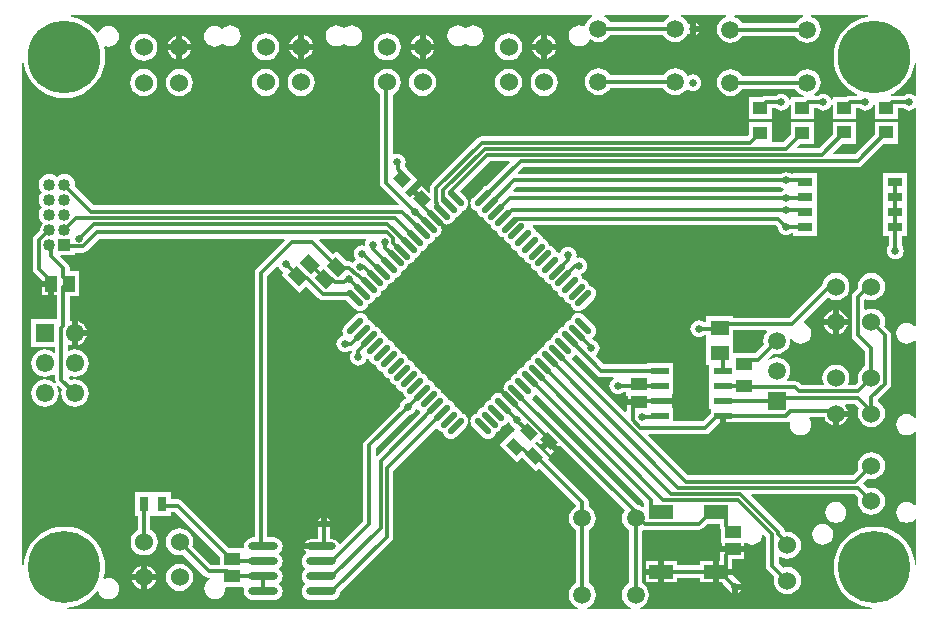
<source format=gtl>
G04*
G04 #@! TF.GenerationSoftware,Altium Limited,Altium Designer,19.1.8 (144)*
G04*
G04 Layer_Physical_Order=1*
G04 Layer_Color=255*
%FSLAX23Y23*%
%MOIN*%
G70*
G01*
G75*
%ADD17R,0.031X0.047*%
%ADD18O,0.098X0.028*%
%ADD19R,0.053X0.043*%
%ADD20R,0.059X0.049*%
G04:AMPARAMS|DCode=21|XSize=51mil|YSize=33mil|CornerRadius=0mil|HoleSize=0mil|Usage=FLASHONLY|Rotation=135.000|XOffset=0mil|YOffset=0mil|HoleType=Round|Shape=Rectangle|*
%AMROTATEDRECTD21*
4,1,4,0.030,-0.006,0.006,-0.030,-0.030,0.006,-0.006,0.030,0.030,-0.006,0.0*
%
%ADD21ROTATEDRECTD21*%

G04:AMPARAMS|DCode=22|XSize=39mil|YSize=45mil|CornerRadius=0mil|HoleSize=0mil|Usage=FLASHONLY|Rotation=225.000|XOffset=0mil|YOffset=0mil|HoleType=Round|Shape=Rectangle|*
%AMROTATEDRECTD22*
4,1,4,-0.002,0.030,0.030,-0.002,0.002,-0.030,-0.030,0.002,-0.002,0.030,0.0*
%
%ADD22ROTATEDRECTD22*%

G04:AMPARAMS|DCode=23|XSize=53mil|YSize=43mil|CornerRadius=0mil|HoleSize=0mil|Usage=FLASHONLY|Rotation=315.000|XOffset=0mil|YOffset=0mil|HoleType=Round|Shape=Rectangle|*
%AMROTATEDRECTD23*
4,1,4,-0.034,0.004,-0.004,0.034,0.034,-0.004,0.004,-0.034,-0.034,0.004,0.0*
%
%ADD23ROTATEDRECTD23*%

%ADD24R,0.043X0.053*%
%ADD25R,0.055X0.041*%
%ADD26R,0.059X0.024*%
%ADD27R,0.083X0.051*%
%ADD28R,0.050X0.030*%
%ADD29R,0.047X0.043*%
G04:AMPARAMS|DCode=30|XSize=22mil|YSize=69mil|CornerRadius=0mil|HoleSize=0mil|Usage=FLASHONLY|Rotation=45.000|XOffset=0mil|YOffset=0mil|HoleType=Round|Shape=Round|*
%AMOVALD30*
21,1,0.047,0.022,0.000,0.000,135.0*
1,1,0.022,0.017,-0.017*
1,1,0.022,-0.017,0.017*
%
%ADD30OVALD30*%

G04:AMPARAMS|DCode=31|XSize=22mil|YSize=69mil|CornerRadius=0mil|HoleSize=0mil|Usage=FLASHONLY|Rotation=135.000|XOffset=0mil|YOffset=0mil|HoleType=Round|Shape=Round|*
%AMOVALD31*
21,1,0.047,0.022,0.000,0.000,225.0*
1,1,0.022,0.017,0.017*
1,1,0.022,-0.017,-0.017*
%
%ADD31OVALD31*%

%ADD60C,0.012*%
%ADD61C,0.008*%
%ADD62C,0.059*%
%ADD63R,0.061X0.061*%
%ADD64C,0.061*%
%ADD65C,0.060*%
%ADD66C,0.059*%
%ADD67R,0.059X0.059*%
%ADD68R,0.040X0.040*%
%ADD69C,0.040*%
%ADD70C,0.242*%
%ADD71C,0.240*%
%ADD72C,0.025*%
G36*
X2166Y1985D02*
X2163Y1984D01*
X2154Y1977D01*
X2147Y1967D01*
X2147Y1966D01*
X1969D01*
X1969Y1967D01*
X1962Y1977D01*
X1952Y1984D01*
X1950Y1985D01*
X1951Y1990D01*
X2165D01*
X2166Y1985D01*
D02*
G37*
G36*
X2613D02*
X2603Y1981D01*
X2594Y1974D01*
X2587Y1965D01*
X2587Y1964D01*
X2409D01*
X2409Y1965D01*
X2402Y1974D01*
X2392Y1981D01*
X2383Y1985D01*
X2384Y1990D01*
X2612Y1990D01*
X2613Y1985D01*
D02*
G37*
G36*
X2829Y1985D02*
X2829Y1985D01*
X2808Y1980D01*
X2788Y1972D01*
X2770Y1960D01*
X2754Y1946D01*
X2740Y1930D01*
X2728Y1912D01*
X2720Y1892D01*
X2715Y1871D01*
X2714Y1850D01*
X2715Y1829D01*
X2720Y1808D01*
X2728Y1788D01*
X2740Y1770D01*
X2754Y1754D01*
X2770Y1740D01*
X2788Y1728D01*
X2793Y1726D01*
X2792Y1721D01*
X2769D01*
X2760Y1720D01*
X2758Y1718D01*
X2711D01*
Y1709D01*
X2706Y1708D01*
X2704Y1714D01*
X2700Y1720D01*
X2694Y1724D01*
X2687Y1727D01*
X2680Y1728D01*
X2673Y1727D01*
X2666Y1724D01*
X2663Y1721D01*
X2652D01*
X2649Y1726D01*
X2649Y1726D01*
X2658Y1733D01*
X2665Y1743D01*
X2669Y1753D01*
X2671Y1765D01*
X2669Y1777D01*
X2665Y1787D01*
X2658Y1797D01*
X2648Y1804D01*
X2638Y1808D01*
X2626Y1810D01*
X2614Y1808D01*
X2603Y1804D01*
X2594Y1797D01*
X2587Y1787D01*
X2587Y1786D01*
X2409D01*
X2409Y1787D01*
X2402Y1797D01*
X2392Y1804D01*
X2382Y1808D01*
X2370Y1810D01*
X2358Y1808D01*
X2348Y1804D01*
X2338Y1797D01*
X2331Y1787D01*
X2327Y1777D01*
X2325Y1765D01*
X2327Y1753D01*
X2331Y1743D01*
X2338Y1733D01*
X2348Y1726D01*
X2358Y1722D01*
X2370Y1720D01*
X2382Y1722D01*
X2392Y1726D01*
X2402Y1733D01*
X2409Y1743D01*
X2409Y1744D01*
X2587D01*
X2587Y1743D01*
X2594Y1733D01*
X2603Y1726D01*
X2614Y1722D01*
X2614Y1722D01*
X2614Y1717D01*
X2571D01*
Y1709D01*
X2566Y1708D01*
X2564Y1714D01*
X2560Y1720D01*
X2554Y1724D01*
X2547Y1727D01*
X2540Y1728D01*
X2533Y1727D01*
X2526Y1724D01*
X2523Y1721D01*
X2490D01*
X2482Y1720D01*
X2477Y1717D01*
X2431D01*
Y1643D01*
X2509D01*
Y1679D01*
X2523D01*
X2526Y1676D01*
X2533Y1673D01*
X2540Y1672D01*
X2547Y1673D01*
X2554Y1676D01*
X2560Y1680D01*
X2564Y1686D01*
X2566Y1692D01*
X2571Y1691D01*
Y1643D01*
X2649D01*
Y1679D01*
X2663D01*
X2666Y1676D01*
X2673Y1673D01*
X2680Y1672D01*
X2687Y1673D01*
X2694Y1676D01*
X2700Y1680D01*
X2704Y1686D01*
X2706Y1692D01*
X2711Y1691D01*
Y1645D01*
X2789D01*
Y1679D01*
X2803D01*
X2806Y1676D01*
X2813Y1673D01*
X2820Y1672D01*
X2827Y1673D01*
X2834Y1676D01*
X2840Y1680D01*
X2844Y1686D01*
X2846Y1692D01*
X2851Y1691D01*
Y1645D01*
X2929D01*
Y1679D01*
X2948D01*
X2951Y1676D01*
X2958Y1673D01*
X2965Y1672D01*
X2972Y1673D01*
X2979Y1676D01*
X2985Y1680D01*
X2985Y1681D01*
X2990Y1679D01*
X2990Y954D01*
X2985Y953D01*
X2983Y955D01*
X2976Y960D01*
X2967Y964D01*
X2958Y965D01*
X2949Y964D01*
X2940Y960D01*
X2933Y955D01*
X2928Y948D01*
X2924Y939D01*
X2923Y930D01*
X2924Y921D01*
X2928Y912D01*
X2933Y905D01*
X2940Y899D01*
X2949Y896D01*
X2958Y895D01*
X2967Y896D01*
X2976Y899D01*
X2983Y905D01*
X2985Y907D01*
X2990Y905D01*
Y649D01*
X2985Y648D01*
X2983Y650D01*
X2976Y655D01*
X2967Y659D01*
X2958Y660D01*
X2949Y659D01*
X2940Y655D01*
X2933Y650D01*
X2928Y643D01*
X2924Y634D01*
X2923Y625D01*
X2924Y616D01*
X2928Y607D01*
X2933Y600D01*
X2940Y594D01*
X2949Y591D01*
X2958Y590D01*
X2967Y591D01*
X2976Y594D01*
X2983Y600D01*
X2985Y602D01*
X2990Y600D01*
X2990Y357D01*
X2985Y356D01*
X2983Y358D01*
X2976Y364D01*
X2967Y367D01*
X2958Y368D01*
X2949Y367D01*
X2940Y364D01*
X2933Y358D01*
X2928Y351D01*
X2924Y342D01*
X2923Y333D01*
X2924Y324D01*
X2928Y315D01*
X2933Y308D01*
X2940Y302D01*
X2949Y299D01*
X2958Y298D01*
X2967Y299D01*
X2976Y302D01*
X2983Y308D01*
X2985Y310D01*
X2990Y309D01*
Y158D01*
X2985Y158D01*
X2984Y171D01*
X2979Y192D01*
X2971Y211D01*
X2960Y230D01*
X2946Y246D01*
X2930Y260D01*
X2911Y271D01*
X2892Y279D01*
X2871Y284D01*
X2850Y285D01*
X2829Y284D01*
X2808Y279D01*
X2789Y271D01*
X2770Y260D01*
X2754Y246D01*
X2740Y230D01*
X2729Y211D01*
X2721Y192D01*
X2716Y171D01*
X2715Y150D01*
X2716Y129D01*
X2721Y108D01*
X2729Y89D01*
X2740Y70D01*
X2754Y54D01*
X2770Y40D01*
X2789Y29D01*
X2808Y21D01*
X2829Y16D01*
X2842Y15D01*
X2842Y10D01*
X2070D01*
X2069Y15D01*
X2076Y18D01*
X2085Y25D01*
X2092Y35D01*
X2097Y45D01*
X2098Y57D01*
X2097Y69D01*
X2092Y79D01*
X2085Y89D01*
X2076Y96D01*
X2075Y96D01*
Y271D01*
X2079Y275D01*
X2084Y274D01*
X2265D01*
X2273Y276D01*
X2280Y280D01*
X2294Y294D01*
X2334D01*
Y287D01*
X2336Y279D01*
X2338Y276D01*
Y231D01*
X2343D01*
Y220D01*
X2380D01*
X2417D01*
Y231D01*
X2422D01*
X2422Y231D01*
X2426Y229D01*
X2433Y226D01*
X2442Y225D01*
X2451Y226D01*
X2460Y230D01*
X2467Y235D01*
X2472Y242D01*
X2476Y251D01*
X2477Y256D01*
X2482Y258D01*
X2489Y251D01*
Y155D01*
X2490Y147D01*
X2495Y140D01*
X2517Y118D01*
X2516Y117D01*
X2515Y105D01*
X2516Y93D01*
X2521Y82D01*
X2528Y73D01*
X2537Y66D01*
X2548Y61D01*
X2560Y60D01*
X2572Y61D01*
X2583Y66D01*
X2592Y73D01*
X2599Y82D01*
X2604Y93D01*
X2605Y105D01*
X2604Y117D01*
X2599Y128D01*
X2592Y137D01*
X2583Y144D01*
X2572Y149D01*
X2560Y150D01*
X2548Y149D01*
X2547Y148D01*
X2531Y164D01*
Y183D01*
X2536Y185D01*
X2537Y184D01*
X2548Y179D01*
X2560Y178D01*
X2572Y179D01*
X2583Y184D01*
X2592Y191D01*
X2599Y200D01*
X2604Y211D01*
X2605Y223D01*
X2604Y235D01*
X2599Y246D01*
X2592Y255D01*
X2583Y262D01*
X2572Y267D01*
X2560Y268D01*
X2554Y268D01*
X2551Y270D01*
X2550Y277D01*
X2545Y284D01*
X2440Y389D01*
X2442Y394D01*
X2786D01*
X2797Y383D01*
X2796Y382D01*
X2795Y370D01*
X2796Y358D01*
X2801Y347D01*
X2808Y338D01*
X2817Y331D01*
X2828Y326D01*
X2840Y325D01*
X2852Y326D01*
X2863Y331D01*
X2872Y338D01*
X2879Y347D01*
X2884Y358D01*
X2885Y370D01*
X2884Y382D01*
X2879Y393D01*
X2872Y402D01*
X2863Y409D01*
X2852Y414D01*
X2840Y415D01*
X2828Y414D01*
X2827Y413D01*
X2811Y429D01*
X2827Y445D01*
X2828Y444D01*
X2840Y443D01*
X2852Y444D01*
X2863Y449D01*
X2872Y456D01*
X2879Y465D01*
X2884Y476D01*
X2885Y488D01*
X2884Y500D01*
X2879Y511D01*
X2872Y520D01*
X2863Y527D01*
X2852Y532D01*
X2840Y533D01*
X2828Y532D01*
X2817Y527D01*
X2808Y520D01*
X2801Y511D01*
X2796Y500D01*
X2795Y488D01*
X2796Y476D01*
X2797Y475D01*
X2778Y456D01*
X2230D01*
X2097Y589D01*
X2099Y594D01*
X2287D01*
X2295Y595D01*
X2302Y600D01*
X2334Y632D01*
Y655D01*
X2354D01*
Y633D01*
X2384D01*
Y634D01*
X2554D01*
X2562Y635D01*
X2566Y638D01*
X2570Y634D01*
X2570Y634D01*
X2568Y625D01*
X2570Y616D01*
X2573Y607D01*
X2579Y600D01*
X2586Y594D01*
X2595Y591D01*
X2604Y590D01*
X2613Y591D01*
X2621Y594D01*
X2629Y600D01*
X2634Y607D01*
X2638Y616D01*
X2639Y625D01*
X2638Y634D01*
X2634Y643D01*
X2632Y645D01*
X2635Y650D01*
X2684D01*
X2687Y642D01*
X2693Y633D01*
X2702Y627D01*
X2711Y623D01*
X2712Y623D01*
Y662D01*
X2722D01*
Y672D01*
X2761D01*
X2761Y672D01*
X2757Y682D01*
X2752Y689D01*
X2754Y694D01*
X2786D01*
X2799Y681D01*
X2796Y674D01*
X2795Y662D01*
X2796Y650D01*
X2801Y639D01*
X2808Y630D01*
X2817Y623D01*
X2828Y618D01*
X2840Y617D01*
X2852Y618D01*
X2863Y623D01*
X2872Y630D01*
X2879Y639D01*
X2884Y650D01*
X2885Y662D01*
X2884Y674D01*
X2879Y685D01*
X2872Y694D01*
X2863Y701D01*
X2861Y702D01*
Y709D01*
X2899Y747D01*
X2904Y754D01*
X2905Y762D01*
Y923D01*
X2904Y931D01*
X2899Y938D01*
X2883Y954D01*
X2884Y955D01*
X2885Y967D01*
X2884Y979D01*
X2879Y990D01*
X2872Y999D01*
X2863Y1006D01*
X2852Y1011D01*
X2840Y1012D01*
X2828Y1011D01*
X2821Y1008D01*
X2816Y1011D01*
Y1041D01*
X2820Y1045D01*
X2828Y1041D01*
X2840Y1040D01*
X2852Y1041D01*
X2863Y1046D01*
X2872Y1053D01*
X2879Y1062D01*
X2884Y1073D01*
X2885Y1085D01*
X2884Y1097D01*
X2879Y1108D01*
X2872Y1117D01*
X2863Y1124D01*
X2852Y1129D01*
X2840Y1130D01*
X2828Y1129D01*
X2817Y1124D01*
X2808Y1117D01*
X2801Y1108D01*
X2796Y1097D01*
X2795Y1085D01*
X2795Y1080D01*
X2780Y1065D01*
X2775Y1058D01*
X2774Y1050D01*
Y923D01*
X2775Y914D01*
X2780Y907D01*
X2818Y870D01*
Y819D01*
X2817Y819D01*
X2808Y812D01*
X2801Y803D01*
X2796Y792D01*
X2795Y780D01*
X2796Y768D01*
X2797Y767D01*
X2787Y757D01*
X2766D01*
X2763Y762D01*
X2766Y768D01*
X2767Y780D01*
X2766Y792D01*
X2761Y803D01*
X2754Y812D01*
X2745Y819D01*
X2734Y824D01*
X2722Y825D01*
X2710Y824D01*
X2699Y819D01*
X2690Y812D01*
X2683Y803D01*
X2678Y792D01*
X2677Y780D01*
X2678Y768D01*
X2681Y762D01*
X2678Y757D01*
X2608D01*
X2601Y764D01*
X2594Y768D01*
X2586Y770D01*
X2560D01*
X2558Y775D01*
X2564Y783D01*
X2568Y793D01*
X2570Y805D01*
X2568Y817D01*
X2564Y827D01*
X2557Y837D01*
X2547Y844D01*
X2537Y848D01*
X2525Y850D01*
X2513Y848D01*
X2503Y844D01*
X2497Y840D01*
X2494Y843D01*
X2512Y862D01*
X2513Y862D01*
X2525Y860D01*
X2537Y862D01*
X2547Y866D01*
X2557Y873D01*
X2564Y883D01*
X2568Y893D01*
X2570Y905D01*
X2569Y909D01*
X2574Y911D01*
X2579Y905D01*
X2586Y899D01*
X2595Y896D01*
X2604Y895D01*
X2613Y896D01*
X2621Y899D01*
X2629Y905D01*
X2634Y912D01*
X2638Y921D01*
X2639Y930D01*
X2638Y939D01*
X2634Y948D01*
X2629Y955D01*
X2621Y960D01*
X2616Y963D01*
X2615Y969D01*
X2695Y1049D01*
X2699Y1046D01*
X2710Y1041D01*
X2722Y1040D01*
X2734Y1041D01*
X2745Y1046D01*
X2754Y1053D01*
X2761Y1062D01*
X2766Y1073D01*
X2767Y1085D01*
X2766Y1097D01*
X2761Y1108D01*
X2754Y1117D01*
X2745Y1124D01*
X2734Y1129D01*
X2722Y1130D01*
X2710Y1129D01*
X2699Y1124D01*
X2690Y1117D01*
X2683Y1108D01*
X2678Y1097D01*
X2677Y1092D01*
X2567Y981D01*
X2380D01*
Y986D01*
X2290D01*
Y966D01*
X2282D01*
X2279Y969D01*
X2272Y972D01*
X2265Y973D01*
X2258Y972D01*
X2251Y969D01*
X2245Y965D01*
X2241Y959D01*
X2238Y952D01*
X2237Y945D01*
X2238Y938D01*
X2241Y931D01*
X2245Y925D01*
X2251Y921D01*
X2258Y918D01*
X2265Y917D01*
X2272Y918D01*
X2279Y921D01*
X2282Y924D01*
X2290D01*
Y907D01*
X2290D01*
Y903D01*
X2290D01*
Y824D01*
X2300D01*
Y778D01*
Y728D01*
Y678D01*
X2300D01*
X2305Y677D01*
Y663D01*
X2278Y636D01*
X2180D01*
Y682D01*
X2180D01*
X2175Y683D01*
Y695D01*
X2136D01*
Y715D01*
X2175D01*
Y727D01*
X2180Y728D01*
X2180D01*
Y778D01*
Y832D01*
X2091D01*
Y826D01*
X1949D01*
X1923Y852D01*
X1924Y859D01*
X1926Y860D01*
X1930Y866D01*
X1933Y873D01*
X1934Y880D01*
X1933Y887D01*
X1930Y894D01*
X1926Y900D01*
X1920Y904D01*
X1914Y907D01*
X1910Y910D01*
X1911Y916D01*
X1915Y919D01*
X1919Y924D01*
X1922Y931D01*
X1923Y937D01*
X1922Y944D01*
X1919Y950D01*
X1915Y956D01*
X1882Y989D01*
X1876Y993D01*
X1870Y996D01*
X1863Y997D01*
X1857Y996D01*
X1850Y993D01*
X1845Y989D01*
X1841Y984D01*
X1838Y978D01*
X1838Y974D01*
X1834Y974D01*
X1828Y971D01*
X1823Y967D01*
X1818Y962D01*
X1816Y955D01*
X1815Y952D01*
X1812Y951D01*
X1806Y949D01*
X1800Y945D01*
X1796Y939D01*
X1794Y933D01*
X1793Y930D01*
X1790Y929D01*
X1783Y927D01*
X1778Y922D01*
X1774Y917D01*
X1771Y911D01*
X1771Y907D01*
X1767Y907D01*
X1761Y904D01*
X1756Y900D01*
X1752Y895D01*
X1749Y888D01*
X1749Y885D01*
X1745Y885D01*
X1739Y882D01*
X1734Y878D01*
X1729Y872D01*
X1727Y866D01*
X1726Y863D01*
X1723Y862D01*
X1717Y860D01*
X1711Y856D01*
X1707Y850D01*
X1705Y844D01*
X1704Y840D01*
X1701Y840D01*
X1694Y837D01*
X1689Y833D01*
X1685Y828D01*
X1682Y822D01*
X1682Y818D01*
X1678Y818D01*
X1672Y815D01*
X1667Y811D01*
X1663Y806D01*
X1660Y799D01*
X1660Y796D01*
X1656Y795D01*
X1650Y793D01*
X1644Y789D01*
X1640Y783D01*
X1638Y777D01*
X1637Y774D01*
X1634Y773D01*
X1628Y771D01*
X1622Y766D01*
X1618Y761D01*
X1615Y755D01*
X1615Y748D01*
X1615Y746D01*
X1612Y746D01*
X1615Y743D01*
X1615Y741D01*
X1618Y735D01*
X1622Y730D01*
X1639Y713D01*
X1631Y705D01*
X1614Y722D01*
X1609Y726D01*
X1603Y729D01*
X1601Y729D01*
X1598Y732D01*
X1598Y729D01*
X1596Y730D01*
X1589Y729D01*
X1583Y726D01*
X1578Y722D01*
X1573Y717D01*
X1571Y710D01*
X1570Y707D01*
X1567Y706D01*
X1561Y704D01*
X1555Y700D01*
X1551Y694D01*
X1549Y688D01*
X1548Y685D01*
X1545Y684D01*
X1538Y682D01*
X1533Y677D01*
X1529Y672D01*
X1526Y666D01*
X1526Y662D01*
X1522Y662D01*
X1516Y659D01*
X1511Y655D01*
X1507Y650D01*
X1504Y643D01*
X1503Y637D01*
X1504Y630D01*
X1507Y624D01*
X1511Y618D01*
X1544Y585D01*
X1550Y581D01*
X1556Y578D01*
X1563Y577D01*
X1569Y578D01*
X1576Y581D01*
X1581Y585D01*
X1585Y590D01*
X1588Y597D01*
X1588Y600D01*
X1592Y600D01*
X1598Y603D01*
X1603Y607D01*
X1607Y613D01*
X1610Y619D01*
X1611Y622D01*
X1614Y623D01*
X1620Y625D01*
X1626Y629D01*
X1628Y633D01*
X1630Y633D01*
X1634Y632D01*
X1636Y626D01*
X1640Y620D01*
X1646Y616D01*
X1650Y614D01*
X1651Y609D01*
X1648Y605D01*
X1648Y605D01*
X1645Y602D01*
X1644Y601D01*
X1600Y558D01*
X1658Y500D01*
X1675Y518D01*
X1723Y470D01*
X1732Y480D01*
X1855Y357D01*
Y352D01*
X1854Y352D01*
X1845Y345D01*
X1838Y335D01*
X1833Y325D01*
X1832Y313D01*
X1833Y301D01*
X1838Y291D01*
X1845Y281D01*
X1854Y274D01*
X1855Y274D01*
Y96D01*
X1854Y96D01*
X1845Y89D01*
X1838Y79D01*
X1833Y69D01*
X1832Y57D01*
X1833Y45D01*
X1838Y35D01*
X1845Y25D01*
X1854Y18D01*
X1861Y15D01*
X1860Y10D01*
X158D01*
X158Y15D01*
X171Y16D01*
X192Y21D01*
X211Y29D01*
X230Y40D01*
X246Y54D01*
X259Y69D01*
X261Y70D01*
X262Y69D01*
X264Y68D01*
X267Y61D01*
X273Y54D01*
X280Y48D01*
X289Y45D01*
X298Y44D01*
X307Y45D01*
X315Y48D01*
X323Y54D01*
X328Y61D01*
X332Y70D01*
X333Y79D01*
X332Y88D01*
X328Y97D01*
X323Y104D01*
X315Y109D01*
X307Y113D01*
X298Y114D01*
X289Y113D01*
X285Y111D01*
X280Y115D01*
X284Y129D01*
X285Y150D01*
X284Y171D01*
X279Y192D01*
X271Y211D01*
X260Y230D01*
X246Y246D01*
X230Y260D01*
X211Y271D01*
X192Y279D01*
X171Y284D01*
X150Y285D01*
X129Y284D01*
X108Y279D01*
X89Y271D01*
X70Y260D01*
X54Y246D01*
X40Y230D01*
X29Y211D01*
X21Y192D01*
X16Y171D01*
X15Y158D01*
X10Y158D01*
Y1829D01*
X15Y1829D01*
X15Y1829D01*
X20Y1808D01*
X28Y1788D01*
X40Y1770D01*
X54Y1754D01*
X70Y1740D01*
X88Y1728D01*
X108Y1720D01*
X129Y1715D01*
X150Y1714D01*
X171Y1715D01*
X192Y1720D01*
X212Y1728D01*
X230Y1740D01*
X246Y1754D01*
X260Y1770D01*
X272Y1788D01*
X280Y1808D01*
X285Y1829D01*
X286Y1850D01*
X285Y1871D01*
X282Y1884D01*
X286Y1887D01*
X288Y1886D01*
X297Y1885D01*
X306Y1886D01*
X315Y1890D01*
X322Y1895D01*
X327Y1902D01*
X331Y1911D01*
X332Y1920D01*
X331Y1929D01*
X327Y1938D01*
X322Y1945D01*
X315Y1951D01*
X306Y1954D01*
X297Y1955D01*
X288Y1954D01*
X279Y1951D01*
X272Y1945D01*
X266Y1938D01*
X264Y1933D01*
X264Y1933D01*
X259Y1932D01*
X246Y1946D01*
X230Y1960D01*
X212Y1972D01*
X192Y1980D01*
X171Y1985D01*
X171Y1985D01*
X171Y1990D01*
X1909Y1990D01*
X1910Y1985D01*
X1908Y1984D01*
X1898Y1977D01*
X1891Y1967D01*
X1887Y1957D01*
X1887Y1956D01*
X1881Y1953D01*
X1876Y1955D01*
X1867Y1956D01*
X1858Y1955D01*
X1850Y1952D01*
X1842Y1946D01*
X1837Y1939D01*
X1833Y1930D01*
X1832Y1921D01*
X1833Y1912D01*
X1837Y1903D01*
X1842Y1896D01*
X1850Y1890D01*
X1858Y1887D01*
X1867Y1886D01*
X1876Y1887D01*
X1885Y1890D01*
X1892Y1896D01*
X1898Y1903D01*
X1899Y1907D01*
X1904Y1909D01*
X1908Y1906D01*
X1918Y1902D01*
X1930Y1900D01*
X1942Y1902D01*
X1952Y1906D01*
X1962Y1913D01*
X1969Y1923D01*
X1969Y1924D01*
X2147D01*
X2147Y1923D01*
X2154Y1913D01*
X2163Y1906D01*
X2174Y1902D01*
X2186Y1900D01*
X2198Y1902D01*
X2208Y1906D01*
X2218Y1913D01*
X2225Y1923D01*
X2226Y1926D01*
X2232Y1928D01*
X2237Y1925D01*
Y1945D01*
Y1965D01*
X2232Y1962D01*
X2226Y1964D01*
X2225Y1967D01*
X2218Y1977D01*
X2208Y1984D01*
X2206Y1985D01*
X2207Y1990D01*
X2356D01*
X2357Y1985D01*
X2348Y1981D01*
X2338Y1974D01*
X2331Y1965D01*
X2327Y1954D01*
X2325Y1942D01*
X2327Y1931D01*
X2331Y1920D01*
X2338Y1910D01*
X2348Y1903D01*
X2358Y1899D01*
X2370Y1897D01*
X2382Y1899D01*
X2392Y1903D01*
X2402Y1910D01*
X2409Y1920D01*
X2409Y1921D01*
X2587D01*
X2587Y1920D01*
X2594Y1910D01*
X2603Y1903D01*
X2614Y1899D01*
X2626Y1897D01*
X2638Y1899D01*
X2648Y1903D01*
X2658Y1910D01*
X2665Y1920D01*
X2669Y1931D01*
X2671Y1942D01*
X2669Y1954D01*
X2665Y1965D01*
X2658Y1974D01*
X2648Y1981D01*
X2639Y1985D01*
X2640Y1990D01*
X2829D01*
X2829Y1985D01*
D02*
G37*
G36*
X2990Y1829D02*
Y1721D01*
X2985Y1719D01*
X2985Y1720D01*
X2979Y1724D01*
X2972Y1727D01*
X2965Y1728D01*
X2958Y1727D01*
X2951Y1724D01*
X2948Y1721D01*
X2909D01*
X2907Y1721D01*
X2906Y1726D01*
X2912Y1728D01*
X2930Y1740D01*
X2946Y1754D01*
X2960Y1770D01*
X2972Y1788D01*
X2980Y1808D01*
X2985Y1829D01*
X2985Y1829D01*
X2990Y1829D01*
D02*
G37*
G36*
X2491Y934D02*
X2486Y927D01*
X2482Y917D01*
X2480Y905D01*
X2482Y893D01*
X2482Y892D01*
X2453Y863D01*
X2430D01*
X2428Y863D01*
X2380D01*
Y903D01*
X2380D01*
Y907D01*
X2380D01*
Y939D01*
X2488D01*
X2491Y934D01*
D02*
G37*
G36*
X1925Y790D02*
X1932Y785D01*
X1940Y784D01*
X1979D01*
X1980Y781D01*
X1981Y779D01*
X1975Y775D01*
X1971Y769D01*
X1968Y762D01*
X1967Y755D01*
X1968Y748D01*
X1971Y741D01*
X1975Y735D01*
X1981Y731D01*
X1988Y728D01*
X1995Y727D01*
X2002Y728D01*
X2009Y731D01*
X2012Y734D01*
X2023D01*
Y722D01*
X2028D01*
Y711D01*
X2065D01*
Y691D01*
X2026D01*
X2025Y690D01*
X2024Y681D01*
Y669D01*
X2019Y667D01*
X1843Y843D01*
X1844Y849D01*
X1848Y852D01*
X1851Y856D01*
X1857Y857D01*
X1925Y790D01*
D02*
G37*
G36*
X1796Y551D02*
X1802Y557D01*
X2018Y340D01*
X2015Y335D01*
X2010Y325D01*
X2009Y313D01*
X2010Y301D01*
X2015Y291D01*
X2022Y281D01*
X2031Y274D01*
X2032Y274D01*
Y96D01*
X2031Y96D01*
X2022Y89D01*
X2015Y79D01*
X2010Y69D01*
X2009Y57D01*
X2010Y45D01*
X2015Y35D01*
X2022Y25D01*
X2031Y18D01*
X2038Y15D01*
X2037Y10D01*
X1893D01*
X1892Y15D01*
X1899Y18D01*
X1908Y25D01*
X1915Y35D01*
X1920Y45D01*
X1921Y57D01*
X1920Y69D01*
X1915Y79D01*
X1908Y89D01*
X1899Y96D01*
X1898Y96D01*
Y274D01*
X1899Y274D01*
X1908Y281D01*
X1915Y291D01*
X1920Y301D01*
X1921Y313D01*
X1920Y325D01*
X1915Y335D01*
X1908Y345D01*
X1899Y352D01*
X1898Y352D01*
Y366D01*
X1896Y374D01*
X1892Y381D01*
X1763Y510D01*
X1767Y515D01*
X1720Y563D01*
X1726Y569D01*
X1738Y557D01*
X1757Y576D01*
X1764Y569D01*
X1771Y576D01*
X1796Y551D01*
D02*
G37*
G36*
X2083Y365D02*
Y355D01*
X2083Y353D01*
X2083Y352D01*
X2077Y351D01*
X2076Y352D01*
X2065Y356D01*
X2061Y357D01*
X2060Y359D01*
X1709Y710D01*
X1711Y715D01*
X1715Y719D01*
X1718Y723D01*
X1724Y724D01*
X2083Y365D01*
D02*
G37*
%LPC*%
G36*
X2257Y1965D02*
Y1955D01*
X2267D01*
X2263Y1961D01*
X2257Y1965D01*
D02*
G37*
G36*
X1513Y1956D02*
X1504Y1955D01*
X1495Y1952D01*
X1488Y1946D01*
X1487D01*
X1480Y1952D01*
X1471Y1955D01*
X1462Y1956D01*
X1453Y1955D01*
X1445Y1952D01*
X1437Y1946D01*
X1432Y1939D01*
X1428Y1930D01*
X1427Y1921D01*
X1428Y1912D01*
X1432Y1903D01*
X1437Y1896D01*
X1445Y1890D01*
X1453Y1887D01*
X1462Y1886D01*
X1471Y1887D01*
X1480Y1890D01*
X1487Y1896D01*
X1488D01*
X1495Y1890D01*
X1504Y1887D01*
X1513Y1886D01*
X1522Y1887D01*
X1530Y1890D01*
X1538Y1896D01*
X1543Y1903D01*
X1547Y1912D01*
X1548Y1921D01*
X1547Y1930D01*
X1543Y1939D01*
X1538Y1946D01*
X1530Y1952D01*
X1522Y1955D01*
X1513Y1956D01*
D02*
G37*
G36*
X1108D02*
X1099Y1955D01*
X1090Y1952D01*
X1083Y1946D01*
X1082D01*
X1075Y1952D01*
X1066Y1955D01*
X1057Y1956D01*
X1048Y1955D01*
X1040Y1952D01*
X1032Y1946D01*
X1027Y1939D01*
X1023Y1930D01*
X1022Y1921D01*
X1023Y1912D01*
X1027Y1903D01*
X1032Y1896D01*
X1040Y1890D01*
X1048Y1887D01*
X1057Y1886D01*
X1066Y1887D01*
X1075Y1890D01*
X1082Y1896D01*
X1083D01*
X1090Y1890D01*
X1099Y1887D01*
X1108Y1886D01*
X1117Y1887D01*
X1125Y1890D01*
X1133Y1896D01*
X1138Y1903D01*
X1142Y1912D01*
X1143Y1921D01*
X1142Y1930D01*
X1138Y1939D01*
X1133Y1946D01*
X1125Y1952D01*
X1117Y1955D01*
X1108Y1956D01*
D02*
G37*
G36*
X703D02*
X694Y1955D01*
X685Y1952D01*
X678Y1946D01*
X677Y1945D01*
X676D01*
X669Y1951D01*
X660Y1954D01*
X651Y1955D01*
X642Y1954D01*
X634Y1951D01*
X626Y1945D01*
X621Y1938D01*
X617Y1929D01*
X616Y1920D01*
X617Y1911D01*
X621Y1902D01*
X626Y1895D01*
X634Y1890D01*
X642Y1886D01*
X651Y1885D01*
X660Y1886D01*
X669Y1890D01*
X676Y1895D01*
X677Y1896D01*
X678D01*
X685Y1890D01*
X694Y1887D01*
X703Y1886D01*
X712Y1887D01*
X720Y1890D01*
X728Y1896D01*
X733Y1903D01*
X737Y1912D01*
X738Y1921D01*
X737Y1930D01*
X733Y1939D01*
X728Y1946D01*
X720Y1952D01*
X712Y1955D01*
X703Y1956D01*
D02*
G37*
G36*
X2267Y1935D02*
X2257D01*
Y1925D01*
X2263Y1929D01*
X2267Y1935D01*
D02*
G37*
G36*
X1759Y1923D02*
Y1894D01*
X1788D01*
X1788Y1894D01*
X1784Y1904D01*
X1778Y1913D01*
X1769Y1919D01*
X1759Y1923D01*
X1759Y1923D01*
D02*
G37*
G36*
X1354D02*
Y1894D01*
X1383D01*
X1383Y1894D01*
X1379Y1904D01*
X1373Y1913D01*
X1364Y1919D01*
X1354Y1923D01*
X1354Y1923D01*
D02*
G37*
G36*
X949D02*
Y1894D01*
X978D01*
X978Y1894D01*
X974Y1904D01*
X968Y1913D01*
X959Y1919D01*
X949Y1923D01*
X949Y1923D01*
D02*
G37*
G36*
X929D02*
X929Y1923D01*
X919Y1919D01*
X911Y1913D01*
X904Y1904D01*
X900Y1894D01*
X900Y1894D01*
X929D01*
Y1923D01*
D02*
G37*
G36*
X1334D02*
X1334Y1923D01*
X1324Y1919D01*
X1316Y1913D01*
X1309Y1904D01*
X1305Y1894D01*
X1305Y1894D01*
X1334D01*
Y1923D01*
D02*
G37*
G36*
X1739D02*
X1739Y1923D01*
X1729Y1919D01*
X1721Y1913D01*
X1714Y1904D01*
X1710Y1894D01*
X1710Y1894D01*
X1739D01*
Y1923D01*
D02*
G37*
G36*
X543Y1922D02*
Y1893D01*
X572D01*
X572Y1894D01*
X568Y1903D01*
X562Y1912D01*
X553Y1918D01*
X544Y1922D01*
X543Y1922D01*
D02*
G37*
G36*
X523D02*
X523Y1922D01*
X513Y1918D01*
X505Y1912D01*
X498Y1903D01*
X494Y1894D01*
X494Y1893D01*
X523D01*
Y1922D01*
D02*
G37*
G36*
X1788Y1874D02*
X1759D01*
Y1845D01*
X1759Y1845D01*
X1769Y1849D01*
X1778Y1856D01*
X1784Y1864D01*
X1788Y1874D01*
X1788Y1874D01*
D02*
G37*
G36*
X1383D02*
X1354D01*
Y1845D01*
X1354Y1845D01*
X1364Y1849D01*
X1373Y1856D01*
X1379Y1864D01*
X1383Y1874D01*
X1383Y1874D01*
D02*
G37*
G36*
X978D02*
X949D01*
Y1845D01*
X949Y1845D01*
X959Y1849D01*
X968Y1856D01*
X974Y1864D01*
X978Y1874D01*
X978Y1874D01*
D02*
G37*
G36*
X1334D02*
X1305D01*
X1305Y1874D01*
X1309Y1864D01*
X1316Y1856D01*
X1324Y1849D01*
X1334Y1845D01*
X1334Y1845D01*
Y1874D01*
D02*
G37*
G36*
X929D02*
X900D01*
X900Y1874D01*
X904Y1864D01*
X911Y1856D01*
X919Y1849D01*
X929Y1845D01*
X929Y1845D01*
Y1874D01*
D02*
G37*
G36*
X1739D02*
X1710D01*
X1710Y1874D01*
X1714Y1864D01*
X1721Y1856D01*
X1729Y1849D01*
X1739Y1845D01*
X1739Y1845D01*
Y1874D01*
D02*
G37*
G36*
X572Y1873D02*
X543D01*
Y1844D01*
X544Y1844D01*
X553Y1848D01*
X562Y1855D01*
X568Y1863D01*
X572Y1873D01*
X572Y1873D01*
D02*
G37*
G36*
X523D02*
X494D01*
X494Y1873D01*
X498Y1863D01*
X505Y1855D01*
X513Y1848D01*
X523Y1844D01*
X523Y1844D01*
Y1873D01*
D02*
G37*
G36*
X1631Y1929D02*
X1619Y1928D01*
X1608Y1923D01*
X1599Y1916D01*
X1592Y1907D01*
X1587Y1896D01*
X1586Y1884D01*
X1587Y1872D01*
X1592Y1861D01*
X1599Y1852D01*
X1608Y1845D01*
X1619Y1840D01*
X1631Y1839D01*
X1643Y1840D01*
X1654Y1845D01*
X1663Y1852D01*
X1670Y1861D01*
X1675Y1872D01*
X1676Y1884D01*
X1675Y1896D01*
X1670Y1907D01*
X1663Y1916D01*
X1654Y1923D01*
X1643Y1928D01*
X1631Y1929D01*
D02*
G37*
G36*
X1226D02*
X1214Y1928D01*
X1203Y1923D01*
X1194Y1916D01*
X1187Y1907D01*
X1182Y1896D01*
X1181Y1884D01*
X1182Y1872D01*
X1187Y1861D01*
X1194Y1852D01*
X1203Y1845D01*
X1214Y1840D01*
X1226Y1839D01*
X1238Y1840D01*
X1249Y1845D01*
X1258Y1852D01*
X1265Y1861D01*
X1270Y1872D01*
X1271Y1884D01*
X1270Y1896D01*
X1265Y1907D01*
X1258Y1916D01*
X1249Y1923D01*
X1238Y1928D01*
X1226Y1929D01*
D02*
G37*
G36*
X821D02*
X809Y1928D01*
X798Y1923D01*
X789Y1916D01*
X782Y1907D01*
X777Y1896D01*
X776Y1884D01*
X777Y1872D01*
X782Y1861D01*
X789Y1852D01*
X798Y1845D01*
X809Y1840D01*
X821Y1839D01*
X833Y1840D01*
X844Y1845D01*
X853Y1852D01*
X860Y1861D01*
X865Y1872D01*
X866Y1884D01*
X865Y1896D01*
X860Y1907D01*
X853Y1916D01*
X844Y1923D01*
X833Y1928D01*
X821Y1929D01*
D02*
G37*
G36*
X415Y1928D02*
X403Y1927D01*
X392Y1922D01*
X383Y1915D01*
X376Y1906D01*
X371Y1895D01*
X370Y1883D01*
X371Y1871D01*
X376Y1860D01*
X383Y1851D01*
X392Y1844D01*
X403Y1839D01*
X415Y1838D01*
X427Y1839D01*
X438Y1844D01*
X447Y1851D01*
X454Y1860D01*
X459Y1871D01*
X460Y1883D01*
X459Y1895D01*
X454Y1906D01*
X447Y1915D01*
X438Y1922D01*
X427Y1927D01*
X415Y1928D01*
D02*
G37*
G36*
X2186Y1813D02*
X2174Y1811D01*
X2163Y1807D01*
X2154Y1800D01*
X2147Y1790D01*
X2147Y1789D01*
X1969D01*
X1969Y1790D01*
X1962Y1800D01*
X1952Y1807D01*
X1942Y1811D01*
X1930Y1813D01*
X1918Y1811D01*
X1908Y1807D01*
X1898Y1800D01*
X1891Y1790D01*
X1887Y1779D01*
X1885Y1768D01*
X1887Y1756D01*
X1891Y1745D01*
X1898Y1736D01*
X1908Y1729D01*
X1918Y1724D01*
X1930Y1723D01*
X1942Y1724D01*
X1952Y1729D01*
X1962Y1736D01*
X1969Y1745D01*
X1969Y1746D01*
X2147D01*
X2147Y1745D01*
X2154Y1736D01*
X2163Y1729D01*
X2174Y1724D01*
X2186Y1723D01*
X2198Y1724D01*
X2208Y1729D01*
X2218Y1736D01*
X2222Y1742D01*
X2229Y1743D01*
X2231Y1741D01*
X2238Y1738D01*
X2245Y1737D01*
X2252Y1738D01*
X2259Y1741D01*
X2265Y1745D01*
X2269Y1751D01*
X2272Y1758D01*
X2273Y1765D01*
X2272Y1772D01*
X2269Y1779D01*
X2265Y1785D01*
X2259Y1789D01*
X2252Y1792D01*
X2245Y1793D01*
X2238Y1792D01*
X2231Y1789D01*
X2230Y1788D01*
X2226Y1789D01*
X2225Y1790D01*
X2218Y1800D01*
X2208Y1807D01*
X2198Y1811D01*
X2186Y1813D01*
D02*
G37*
G36*
X1749Y1811D02*
X1737Y1810D01*
X1726Y1805D01*
X1717Y1798D01*
X1710Y1789D01*
X1705Y1778D01*
X1704Y1766D01*
X1705Y1754D01*
X1710Y1743D01*
X1717Y1734D01*
X1726Y1727D01*
X1737Y1722D01*
X1749Y1721D01*
X1761Y1722D01*
X1772Y1727D01*
X1781Y1734D01*
X1788Y1743D01*
X1793Y1754D01*
X1794Y1766D01*
X1793Y1778D01*
X1788Y1789D01*
X1781Y1798D01*
X1772Y1805D01*
X1761Y1810D01*
X1749Y1811D01*
D02*
G37*
G36*
X1631D02*
X1619Y1810D01*
X1608Y1805D01*
X1599Y1798D01*
X1592Y1789D01*
X1587Y1778D01*
X1586Y1766D01*
X1587Y1754D01*
X1592Y1743D01*
X1599Y1734D01*
X1608Y1727D01*
X1619Y1722D01*
X1631Y1721D01*
X1643Y1722D01*
X1654Y1727D01*
X1663Y1734D01*
X1670Y1743D01*
X1675Y1754D01*
X1676Y1766D01*
X1675Y1778D01*
X1670Y1789D01*
X1663Y1798D01*
X1654Y1805D01*
X1643Y1810D01*
X1631Y1811D01*
D02*
G37*
G36*
X1344D02*
X1332Y1810D01*
X1321Y1805D01*
X1312Y1798D01*
X1305Y1789D01*
X1300Y1778D01*
X1299Y1766D01*
X1300Y1754D01*
X1305Y1743D01*
X1312Y1734D01*
X1321Y1727D01*
X1332Y1722D01*
X1344Y1721D01*
X1356Y1722D01*
X1367Y1727D01*
X1376Y1734D01*
X1383Y1743D01*
X1388Y1754D01*
X1389Y1766D01*
X1388Y1778D01*
X1383Y1789D01*
X1376Y1798D01*
X1367Y1805D01*
X1356Y1810D01*
X1344Y1811D01*
D02*
G37*
G36*
X939D02*
X927Y1810D01*
X916Y1805D01*
X907Y1798D01*
X900Y1789D01*
X895Y1778D01*
X894Y1766D01*
X895Y1754D01*
X900Y1743D01*
X907Y1734D01*
X916Y1727D01*
X927Y1722D01*
X939Y1721D01*
X951Y1722D01*
X962Y1727D01*
X971Y1734D01*
X978Y1743D01*
X983Y1754D01*
X984Y1766D01*
X983Y1778D01*
X978Y1789D01*
X971Y1798D01*
X962Y1805D01*
X951Y1810D01*
X939Y1811D01*
D02*
G37*
G36*
X821D02*
X809Y1810D01*
X798Y1805D01*
X789Y1798D01*
X782Y1789D01*
X777Y1778D01*
X776Y1766D01*
X777Y1754D01*
X782Y1743D01*
X789Y1734D01*
X798Y1727D01*
X809Y1722D01*
X821Y1721D01*
X833Y1722D01*
X844Y1727D01*
X853Y1734D01*
X860Y1743D01*
X865Y1754D01*
X866Y1766D01*
X865Y1778D01*
X860Y1789D01*
X853Y1798D01*
X844Y1805D01*
X833Y1810D01*
X821Y1811D01*
D02*
G37*
G36*
X533Y1810D02*
X521Y1809D01*
X510Y1804D01*
X501Y1797D01*
X494Y1788D01*
X489Y1777D01*
X488Y1765D01*
X489Y1753D01*
X494Y1742D01*
X501Y1733D01*
X510Y1726D01*
X521Y1721D01*
X533Y1720D01*
X545Y1721D01*
X556Y1726D01*
X565Y1733D01*
X572Y1742D01*
X577Y1753D01*
X578Y1765D01*
X577Y1777D01*
X572Y1788D01*
X565Y1797D01*
X556Y1804D01*
X545Y1809D01*
X533Y1810D01*
D02*
G37*
G36*
X415D02*
X403Y1809D01*
X392Y1804D01*
X383Y1797D01*
X376Y1788D01*
X371Y1777D01*
X370Y1765D01*
X371Y1753D01*
X376Y1742D01*
X383Y1733D01*
X392Y1726D01*
X403Y1721D01*
X415Y1720D01*
X427Y1721D01*
X438Y1726D01*
X447Y1733D01*
X454Y1742D01*
X459Y1753D01*
X460Y1765D01*
X459Y1777D01*
X454Y1788D01*
X447Y1797D01*
X438Y1804D01*
X427Y1809D01*
X415Y1810D01*
D02*
G37*
G36*
X1226Y1811D02*
X1214Y1810D01*
X1203Y1805D01*
X1194Y1798D01*
X1187Y1789D01*
X1182Y1778D01*
X1181Y1766D01*
X1182Y1754D01*
X1187Y1743D01*
X1194Y1734D01*
X1202Y1728D01*
Y1432D01*
X1203Y1424D01*
X1208Y1417D01*
X1264Y1361D01*
X1262Y1356D01*
X249D01*
X185Y1421D01*
X185Y1425D01*
X184Y1434D01*
X181Y1443D01*
X175Y1450D01*
X168Y1456D01*
X159Y1459D01*
X150Y1460D01*
X141Y1459D01*
X132Y1456D01*
X125Y1450D01*
X125D01*
X118Y1456D01*
X109Y1459D01*
X100Y1460D01*
X91Y1459D01*
X82Y1456D01*
X75Y1450D01*
X69Y1443D01*
X66Y1434D01*
X65Y1425D01*
X66Y1416D01*
X69Y1407D01*
X72Y1404D01*
X75Y1400D01*
X72Y1396D01*
X69Y1393D01*
X66Y1384D01*
X65Y1375D01*
X66Y1366D01*
X69Y1357D01*
X72Y1354D01*
X75Y1350D01*
X72Y1346D01*
X69Y1343D01*
X66Y1334D01*
X65Y1325D01*
X66Y1316D01*
X69Y1307D01*
X75Y1300D01*
X79Y1297D01*
Y1296D01*
X74Y1290D01*
X71Y1283D01*
X70Y1275D01*
X51Y1256D01*
X46Y1249D01*
X45Y1241D01*
Y1144D01*
X46Y1136D01*
X51Y1129D01*
X75Y1105D01*
Y1105D01*
X106D01*
Y1095D01*
X116D01*
Y1058D01*
X125D01*
Y976D01*
X39D01*
Y884D01*
X119D01*
Y868D01*
X114Y865D01*
X108Y870D01*
X97Y874D01*
X85Y876D01*
X73Y874D01*
X62Y870D01*
X53Y862D01*
X45Y853D01*
X41Y842D01*
X39Y830D01*
X41Y818D01*
X45Y807D01*
X53Y798D01*
X62Y790D01*
X73Y786D01*
X85Y784D01*
X97Y786D01*
X108Y790D01*
X114Y795D01*
X119Y792D01*
Y775D01*
X121Y766D01*
X121Y766D01*
X117Y762D01*
X108Y770D01*
X97Y774D01*
X85Y776D01*
X73Y774D01*
X62Y770D01*
X53Y762D01*
X45Y753D01*
X41Y742D01*
X39Y730D01*
X41Y718D01*
X45Y707D01*
X53Y698D01*
X62Y690D01*
X73Y686D01*
X85Y684D01*
X97Y686D01*
X108Y690D01*
X117Y698D01*
X125Y707D01*
X129Y718D01*
X131Y730D01*
X129Y742D01*
X125Y753D01*
X129Y756D01*
X141Y743D01*
X141Y742D01*
X139Y730D01*
X141Y718D01*
X145Y707D01*
X153Y698D01*
X162Y690D01*
X173Y686D01*
X185Y684D01*
X197Y686D01*
X208Y690D01*
X217Y698D01*
X225Y707D01*
X229Y718D01*
X231Y730D01*
X229Y742D01*
X225Y753D01*
X217Y762D01*
X208Y770D01*
X197Y774D01*
X185Y776D01*
X173Y774D01*
X172Y774D01*
X165Y781D01*
X165Y784D01*
X170Y787D01*
X173Y786D01*
X185Y784D01*
X197Y786D01*
X208Y790D01*
X217Y798D01*
X225Y807D01*
X229Y818D01*
X231Y830D01*
X229Y842D01*
X225Y853D01*
X217Y862D01*
X208Y870D01*
X197Y874D01*
X185Y876D01*
X173Y874D01*
X167Y872D01*
X162Y875D01*
Y891D01*
X167Y894D01*
X174Y891D01*
X175Y890D01*
Y930D01*
Y970D01*
X174Y969D01*
X172Y969D01*
X168Y971D01*
Y1053D01*
X200D01*
Y1137D01*
X168D01*
Y1146D01*
X167Y1154D01*
X162Y1161D01*
X137Y1185D01*
X139Y1190D01*
X185D01*
Y1197D01*
X211D01*
X219Y1199D01*
X226Y1203D01*
X268Y1245D01*
X883D01*
X885Y1240D01*
X790Y1145D01*
X785Y1138D01*
X784Y1130D01*
Y249D01*
X778D01*
X771Y248D01*
X764Y245D01*
X758Y240D01*
X753Y234D01*
X750Y227D01*
X749Y220D01*
X749Y217D01*
X746Y214D01*
X700D01*
X543Y370D01*
X536Y375D01*
X528Y376D01*
X505D01*
Y399D01*
X385D01*
Y321D01*
X394D01*
Y274D01*
X393Y273D01*
X384Y266D01*
X377Y257D01*
X372Y246D01*
X371Y234D01*
X372Y222D01*
X377Y211D01*
X384Y202D01*
X393Y195D01*
X404Y190D01*
X416Y189D01*
X428Y190D01*
X439Y195D01*
X448Y202D01*
X455Y211D01*
X460Y222D01*
X461Y234D01*
X460Y246D01*
X455Y257D01*
X448Y266D01*
X439Y273D01*
X437Y274D01*
Y321D01*
X505D01*
Y334D01*
X519D01*
X668Y184D01*
Y158D01*
X640D01*
X577Y221D01*
X578Y222D01*
X579Y234D01*
X578Y246D01*
X573Y257D01*
X566Y266D01*
X557Y273D01*
X546Y278D01*
X534Y279D01*
X522Y278D01*
X511Y273D01*
X502Y266D01*
X495Y257D01*
X490Y246D01*
X489Y234D01*
X490Y222D01*
X495Y211D01*
X502Y202D01*
X511Y195D01*
X522Y190D01*
X534Y189D01*
X546Y190D01*
X547Y191D01*
X616Y121D01*
X623Y117D01*
X631Y115D01*
X635D01*
X636Y110D01*
X634Y109D01*
X627Y104D01*
X622Y97D01*
X618Y88D01*
X617Y79D01*
X618Y70D01*
X622Y61D01*
X627Y54D01*
X634Y48D01*
X643Y45D01*
X652Y44D01*
X661Y45D01*
X670Y48D01*
X677Y54D01*
X683Y61D01*
X686Y70D01*
X687Y79D01*
X687Y80D01*
X691Y83D01*
X747D01*
X750Y78D01*
X750Y77D01*
X749Y70D01*
X750Y62D01*
X753Y55D01*
X758Y49D01*
X764Y45D01*
X771Y42D01*
X778Y41D01*
X849D01*
X856Y42D01*
X863Y45D01*
X869Y49D01*
X874Y55D01*
X877Y62D01*
X878Y70D01*
X877Y77D01*
X874Y84D01*
X869Y90D01*
X867Y92D01*
Y97D01*
X869Y99D01*
X874Y105D01*
X877Y112D01*
X878Y120D01*
X877Y127D01*
X874Y134D01*
X869Y140D01*
X867Y142D01*
Y147D01*
X869Y149D01*
X874Y155D01*
X877Y162D01*
X878Y170D01*
X877Y177D01*
X874Y184D01*
X869Y190D01*
X867Y192D01*
Y197D01*
X869Y199D01*
X874Y205D01*
X877Y212D01*
X878Y220D01*
X877Y227D01*
X874Y234D01*
X869Y240D01*
X863Y245D01*
X856Y248D01*
X849Y249D01*
X826D01*
Y1121D01*
X859Y1153D01*
X864Y1151D01*
X866Y1146D01*
X870Y1140D01*
X876Y1136D01*
X879Y1135D01*
X880Y1129D01*
X875Y1123D01*
X933Y1065D01*
X956Y1087D01*
X997Y1046D01*
X1004Y1041D01*
X1012Y1040D01*
X1089D01*
X1118Y1011D01*
X1124Y1007D01*
X1130Y1004D01*
X1137Y1003D01*
X1143Y1004D01*
X1150Y1007D01*
X1155Y1011D01*
X1159Y1016D01*
X1162Y1022D01*
X1162Y1026D01*
X1166Y1026D01*
X1172Y1029D01*
X1177Y1033D01*
X1182Y1038D01*
X1184Y1045D01*
X1185Y1048D01*
X1188Y1049D01*
X1194Y1051D01*
X1200Y1055D01*
X1204Y1061D01*
X1206Y1067D01*
X1207Y1070D01*
X1210Y1071D01*
X1217Y1073D01*
X1222Y1078D01*
X1226Y1083D01*
X1229Y1089D01*
X1229Y1093D01*
X1233Y1093D01*
X1239Y1096D01*
X1244Y1100D01*
X1248Y1105D01*
X1251Y1112D01*
X1251Y1115D01*
X1255Y1115D01*
X1261Y1118D01*
X1266Y1122D01*
X1271Y1128D01*
X1273Y1134D01*
X1274Y1137D01*
X1277Y1138D01*
X1283Y1140D01*
X1289Y1144D01*
X1293Y1150D01*
X1295Y1156D01*
X1296Y1160D01*
X1299Y1160D01*
X1306Y1163D01*
X1311Y1167D01*
X1315Y1172D01*
X1318Y1178D01*
X1318Y1182D01*
X1322Y1182D01*
X1328Y1185D01*
X1333Y1189D01*
X1337Y1194D01*
X1340Y1201D01*
X1340Y1204D01*
X1344Y1205D01*
X1350Y1207D01*
X1356Y1211D01*
X1360Y1217D01*
X1362Y1223D01*
X1363Y1226D01*
X1366Y1227D01*
X1372Y1229D01*
X1378Y1234D01*
X1382Y1239D01*
X1385Y1245D01*
X1385Y1249D01*
X1388Y1249D01*
X1395Y1252D01*
X1400Y1256D01*
X1404Y1261D01*
X1407Y1267D01*
X1408Y1274D01*
X1408Y1276D01*
X1410Y1276D01*
X1407Y1279D01*
X1407Y1281D01*
X1404Y1287D01*
X1400Y1293D01*
X1383Y1309D01*
X1391Y1317D01*
X1408Y1300D01*
X1413Y1296D01*
X1419Y1294D01*
X1421Y1293D01*
X1424Y1291D01*
X1424Y1293D01*
X1426Y1293D01*
X1433Y1294D01*
X1439Y1296D01*
X1445Y1300D01*
X1449Y1306D01*
X1451Y1312D01*
X1452Y1315D01*
X1455Y1316D01*
X1462Y1318D01*
X1467Y1323D01*
X1471Y1328D01*
X1474Y1334D01*
X1474Y1338D01*
X1478Y1338D01*
X1484Y1341D01*
X1489Y1345D01*
X1493Y1350D01*
X1496Y1357D01*
X1497Y1363D01*
X1496Y1370D01*
X1493Y1376D01*
X1489Y1382D01*
X1468Y1403D01*
X1568Y1504D01*
X1633D01*
X1635Y1499D01*
X1558Y1422D01*
X1556Y1422D01*
X1550Y1419D01*
X1544Y1415D01*
X1511Y1382D01*
X1507Y1376D01*
X1504Y1370D01*
X1503Y1363D01*
X1504Y1357D01*
X1507Y1350D01*
X1511Y1345D01*
X1516Y1341D01*
X1522Y1338D01*
X1526Y1338D01*
X1526Y1334D01*
X1529Y1328D01*
X1533Y1323D01*
X1538Y1318D01*
X1545Y1316D01*
X1548Y1315D01*
X1549Y1312D01*
X1551Y1306D01*
X1555Y1300D01*
X1561Y1296D01*
X1567Y1294D01*
X1570Y1293D01*
X1571Y1290D01*
X1573Y1283D01*
X1578Y1278D01*
X1583Y1274D01*
X1589Y1271D01*
X1593Y1271D01*
X1593Y1267D01*
X1596Y1261D01*
X1600Y1256D01*
X1605Y1252D01*
X1612Y1249D01*
X1615Y1249D01*
X1615Y1245D01*
X1618Y1239D01*
X1622Y1234D01*
X1628Y1229D01*
X1634Y1227D01*
X1637Y1226D01*
X1638Y1223D01*
X1640Y1217D01*
X1644Y1211D01*
X1650Y1207D01*
X1656Y1205D01*
X1660Y1204D01*
X1660Y1201D01*
X1663Y1194D01*
X1667Y1189D01*
X1672Y1185D01*
X1678Y1182D01*
X1682Y1182D01*
X1682Y1178D01*
X1685Y1172D01*
X1689Y1167D01*
X1694Y1163D01*
X1701Y1160D01*
X1704Y1160D01*
X1705Y1156D01*
X1707Y1150D01*
X1711Y1144D01*
X1717Y1140D01*
X1723Y1138D01*
X1726Y1137D01*
X1727Y1134D01*
X1729Y1128D01*
X1734Y1122D01*
X1739Y1118D01*
X1745Y1115D01*
X1749Y1115D01*
X1749Y1112D01*
X1752Y1105D01*
X1756Y1100D01*
X1761Y1096D01*
X1767Y1093D01*
X1771Y1093D01*
X1771Y1089D01*
X1774Y1083D01*
X1778Y1078D01*
X1783Y1073D01*
X1790Y1071D01*
X1793Y1070D01*
X1794Y1067D01*
X1796Y1061D01*
X1800Y1055D01*
X1806Y1051D01*
X1812Y1049D01*
X1815Y1048D01*
X1816Y1045D01*
X1818Y1038D01*
X1823Y1033D01*
X1828Y1029D01*
X1834Y1026D01*
X1838Y1026D01*
X1838Y1022D01*
X1841Y1016D01*
X1845Y1011D01*
X1850Y1007D01*
X1857Y1004D01*
X1863Y1003D01*
X1870Y1004D01*
X1876Y1007D01*
X1882Y1011D01*
X1915Y1044D01*
X1919Y1050D01*
X1922Y1056D01*
X1923Y1063D01*
X1922Y1069D01*
X1919Y1076D01*
X1915Y1081D01*
X1910Y1085D01*
X1903Y1088D01*
X1900Y1088D01*
X1900Y1092D01*
X1897Y1098D01*
X1893Y1103D01*
X1887Y1107D01*
X1881Y1110D01*
X1878Y1111D01*
X1877Y1114D01*
X1875Y1120D01*
X1872Y1123D01*
X1872Y1124D01*
X1874Y1129D01*
X1879Y1131D01*
X1885Y1135D01*
X1889Y1141D01*
X1892Y1148D01*
X1893Y1155D01*
X1892Y1162D01*
X1889Y1169D01*
X1885Y1175D01*
X1879Y1179D01*
X1872Y1182D01*
X1865Y1183D01*
X1862Y1182D01*
X1857Y1187D01*
X1858Y1190D01*
X1857Y1197D01*
X1854Y1204D01*
X1850Y1210D01*
X1844Y1214D01*
X1837Y1217D01*
X1830Y1218D01*
X1823Y1217D01*
X1816Y1214D01*
X1810Y1210D01*
X1806Y1204D01*
X1804Y1199D01*
X1799Y1196D01*
X1798Y1197D01*
X1792Y1199D01*
X1789Y1200D01*
X1788Y1203D01*
X1786Y1209D01*
X1781Y1215D01*
X1776Y1219D01*
X1770Y1221D01*
X1766Y1222D01*
X1766Y1225D01*
X1763Y1232D01*
X1759Y1237D01*
X1754Y1241D01*
X1748Y1244D01*
X1744Y1244D01*
X1744Y1248D01*
X1741Y1254D01*
X1737Y1259D01*
X1732Y1263D01*
X1725Y1266D01*
X1722Y1266D01*
X1721Y1270D01*
X1719Y1276D01*
X1715Y1281D01*
X1712Y1284D01*
X1713Y1289D01*
X2521D01*
X2528Y1282D01*
X2528Y1278D01*
X2531Y1271D01*
X2535Y1265D01*
X2541Y1261D01*
X2548Y1258D01*
X2555Y1257D01*
X2562Y1258D01*
X2569Y1261D01*
X2572Y1264D01*
X2580D01*
Y1255D01*
X2660D01*
Y1305D01*
Y1355D01*
Y1405D01*
Y1465D01*
X2580D01*
Y1460D01*
X2574D01*
X2570Y1463D01*
X2564Y1465D01*
X2556Y1466D01*
X2549Y1465D01*
X2543Y1463D01*
X2539Y1460D01*
X1663D01*
X1661Y1465D01*
X1680Y1484D01*
X2794D01*
X2803Y1485D01*
X2810Y1490D01*
X2882Y1562D01*
X2929D01*
Y1635D01*
X2851D01*
Y1592D01*
X2786Y1526D01*
X2713D01*
X2711Y1531D01*
X2742Y1562D01*
X2789D01*
Y1635D01*
X2711D01*
Y1592D01*
X2666Y1546D01*
X2594D01*
X2592Y1551D01*
X2602Y1561D01*
X2649D01*
Y1634D01*
X2571D01*
Y1591D01*
X2547Y1566D01*
X2509D01*
Y1634D01*
X2431D01*
Y1591D01*
X2427Y1586D01*
X1542D01*
X1534Y1585D01*
X1527Y1580D01*
X1375Y1428D01*
X1370Y1421D01*
X1369Y1413D01*
Y1400D01*
X1364Y1398D01*
X1341Y1421D01*
X1327Y1407D01*
X1350Y1384D01*
X1336Y1370D01*
X1313Y1393D01*
X1302Y1383D01*
X1287Y1399D01*
X1328Y1441D01*
X1294Y1475D01*
X1292Y1477D01*
X1284Y1486D01*
Y1486D01*
X1284Y1486D01*
X1287Y1493D01*
X1288Y1500D01*
X1287Y1507D01*
X1284Y1514D01*
X1280Y1520D01*
X1274Y1524D01*
X1267Y1527D01*
X1260Y1528D01*
X1253Y1527D01*
X1250Y1525D01*
X1245Y1529D01*
Y1725D01*
X1249Y1727D01*
X1258Y1734D01*
X1265Y1743D01*
X1270Y1754D01*
X1271Y1766D01*
X1270Y1778D01*
X1265Y1789D01*
X1258Y1798D01*
X1249Y1805D01*
X1238Y1810D01*
X1226Y1811D01*
D02*
G37*
G36*
X2960Y1465D02*
X2880D01*
Y1405D01*
Y1355D01*
Y1305D01*
Y1255D01*
X2899D01*
Y1222D01*
X2896Y1219D01*
X2893Y1212D01*
X2892Y1205D01*
X2893Y1198D01*
X2896Y1191D01*
X2900Y1185D01*
X2906Y1181D01*
X2913Y1178D01*
X2920Y1177D01*
X2927Y1178D01*
X2934Y1181D01*
X2940Y1185D01*
X2944Y1191D01*
X2947Y1198D01*
X2948Y1205D01*
X2947Y1212D01*
X2944Y1219D01*
X2941Y1222D01*
Y1255D01*
X2960D01*
Y1305D01*
Y1355D01*
Y1405D01*
Y1465D01*
D02*
G37*
G36*
X96Y1085D02*
X75D01*
Y1058D01*
X96D01*
Y1085D01*
D02*
G37*
G36*
X2732Y1006D02*
Y977D01*
X2761D01*
X2761Y977D01*
X2757Y987D01*
X2750Y995D01*
X2742Y1002D01*
X2732Y1006D01*
X2732Y1006D01*
D02*
G37*
G36*
X2712D02*
X2711Y1006D01*
X2702Y1002D01*
X2693Y995D01*
X2687Y987D01*
X2683Y977D01*
X2683Y977D01*
X2712D01*
Y1006D01*
D02*
G37*
G36*
X195Y970D02*
Y940D01*
X225D01*
X224Y941D01*
X220Y950D01*
X214Y959D01*
X205Y965D01*
X196Y969D01*
X195Y970D01*
D02*
G37*
G36*
X2761Y957D02*
X2732D01*
Y928D01*
X2732Y928D01*
X2742Y932D01*
X2750Y938D01*
X2757Y947D01*
X2761Y956D01*
X2761Y957D01*
D02*
G37*
G36*
X2712D02*
X2683D01*
X2683Y956D01*
X2687Y947D01*
X2693Y938D01*
X2702Y932D01*
X2711Y928D01*
X2712Y928D01*
Y957D01*
D02*
G37*
G36*
X225Y920D02*
X195D01*
Y890D01*
X196Y891D01*
X205Y895D01*
X214Y901D01*
X220Y910D01*
X224Y919D01*
X225Y920D01*
D02*
G37*
G36*
X2761Y652D02*
X2732D01*
Y623D01*
X2732Y623D01*
X2742Y627D01*
X2750Y633D01*
X2757Y642D01*
X2761Y651D01*
X2761Y652D01*
D02*
G37*
G36*
X1137Y997D02*
X1130Y996D01*
X1124Y993D01*
X1118Y989D01*
X1085Y956D01*
X1081Y950D01*
X1078Y944D01*
X1077Y937D01*
X1078Y931D01*
X1080Y927D01*
X1078Y922D01*
X1077Y921D01*
X1071Y919D01*
X1065Y915D01*
X1061Y909D01*
X1058Y902D01*
X1057Y895D01*
X1058Y888D01*
X1061Y881D01*
X1065Y875D01*
X1071Y871D01*
X1078Y868D01*
X1085Y867D01*
X1092Y868D01*
X1099Y871D01*
X1101Y873D01*
X1107Y872D01*
X1109Y869D01*
Y867D01*
X1106Y864D01*
X1103Y857D01*
X1102Y850D01*
X1103Y843D01*
X1106Y836D01*
X1110Y830D01*
X1116Y826D01*
X1123Y823D01*
X1130Y822D01*
X1137Y823D01*
X1144Y826D01*
X1150Y830D01*
X1154Y836D01*
X1157Y843D01*
X1157Y844D01*
X1161Y846D01*
X1163Y845D01*
X1167Y845D01*
X1167Y842D01*
X1170Y835D01*
X1174Y830D01*
X1179Y826D01*
X1186Y823D01*
X1189Y823D01*
X1189Y819D01*
X1192Y813D01*
X1196Y808D01*
X1202Y803D01*
X1208Y801D01*
X1211Y800D01*
X1212Y797D01*
X1214Y791D01*
X1219Y785D01*
X1224Y781D01*
X1230Y779D01*
X1234Y778D01*
X1234Y775D01*
X1237Y768D01*
X1241Y763D01*
X1246Y759D01*
X1252Y756D01*
X1256Y756D01*
X1256Y752D01*
X1259Y746D01*
X1263Y741D01*
X1268Y737D01*
X1275Y734D01*
X1278Y734D01*
X1279Y730D01*
X1281Y724D01*
X1285Y719D01*
X1288Y717D01*
X1288Y715D01*
X1287Y711D01*
X1281Y709D01*
X1275Y705D01*
X1271Y699D01*
X1268Y692D01*
X1268Y688D01*
X1151Y571D01*
X1146Y564D01*
X1145Y556D01*
Y303D01*
X1069Y227D01*
X1065Y229D01*
X1064Y230D01*
X1059Y237D01*
X1051Y242D01*
X1042Y244D01*
X1036D01*
Y285D01*
X994D01*
Y244D01*
X971D01*
X962Y242D01*
X954Y237D01*
X949Y230D01*
X1006D01*
Y210D01*
X949D01*
X954Y203D01*
X957Y201D01*
X956Y195D01*
X950Y190D01*
X946Y184D01*
X943Y177D01*
X942Y170D01*
X943Y162D01*
X946Y155D01*
X950Y149D01*
X953Y147D01*
Y142D01*
X950Y140D01*
X946Y134D01*
X943Y127D01*
X942Y120D01*
X943Y112D01*
X946Y105D01*
X950Y99D01*
X953Y97D01*
Y92D01*
X950Y90D01*
X946Y84D01*
X943Y77D01*
X942Y70D01*
X943Y62D01*
X946Y55D01*
X950Y49D01*
X956Y45D01*
X963Y42D01*
X971Y41D01*
X1042D01*
X1049Y42D01*
X1056Y45D01*
X1062Y49D01*
X1067Y55D01*
X1070Y62D01*
X1071Y69D01*
X1239Y237D01*
X1244Y244D01*
X1246Y252D01*
Y470D01*
X1388Y612D01*
X1394Y611D01*
X1397Y607D01*
X1402Y603D01*
X1408Y600D01*
X1412Y600D01*
X1412Y597D01*
X1415Y590D01*
X1419Y585D01*
X1424Y581D01*
X1431Y578D01*
X1437Y577D01*
X1444Y578D01*
X1450Y581D01*
X1456Y585D01*
X1489Y618D01*
X1493Y624D01*
X1496Y630D01*
X1497Y637D01*
X1496Y643D01*
X1493Y650D01*
X1489Y655D01*
X1484Y659D01*
X1478Y662D01*
X1474Y662D01*
X1474Y666D01*
X1471Y672D01*
X1467Y677D01*
X1462Y682D01*
X1455Y684D01*
X1452Y685D01*
X1451Y688D01*
X1449Y694D01*
X1445Y700D01*
X1439Y704D01*
X1433Y706D01*
X1430Y707D01*
X1429Y710D01*
X1427Y717D01*
X1422Y722D01*
X1417Y726D01*
X1411Y729D01*
X1407Y729D01*
X1407Y733D01*
X1404Y739D01*
X1400Y744D01*
X1395Y748D01*
X1388Y751D01*
X1385Y751D01*
X1385Y755D01*
X1382Y761D01*
X1378Y766D01*
X1372Y771D01*
X1366Y773D01*
X1363Y774D01*
X1362Y777D01*
X1360Y783D01*
X1356Y789D01*
X1350Y793D01*
X1344Y795D01*
X1340Y796D01*
X1340Y799D01*
X1337Y806D01*
X1333Y811D01*
X1328Y815D01*
X1322Y818D01*
X1318Y818D01*
X1318Y822D01*
X1315Y828D01*
X1311Y833D01*
X1306Y837D01*
X1299Y840D01*
X1296Y840D01*
X1295Y844D01*
X1293Y850D01*
X1289Y856D01*
X1283Y860D01*
X1277Y862D01*
X1274Y863D01*
X1273Y866D01*
X1271Y872D01*
X1266Y878D01*
X1261Y882D01*
X1255Y885D01*
X1251Y885D01*
X1251Y888D01*
X1248Y895D01*
X1244Y900D01*
X1239Y904D01*
X1233Y907D01*
X1229Y907D01*
X1229Y911D01*
X1226Y917D01*
X1222Y922D01*
X1217Y927D01*
X1210Y929D01*
X1207Y930D01*
X1206Y933D01*
X1204Y939D01*
X1200Y945D01*
X1194Y949D01*
X1188Y951D01*
X1185Y952D01*
X1184Y955D01*
X1182Y962D01*
X1177Y967D01*
X1172Y971D01*
X1166Y974D01*
X1162Y974D01*
X1162Y978D01*
X1159Y984D01*
X1155Y989D01*
X1150Y993D01*
X1143Y996D01*
X1137Y997D01*
D02*
G37*
G36*
X1025Y315D02*
Y305D01*
X1035D01*
X1031Y311D01*
X1025Y315D01*
D02*
G37*
G36*
X1005D02*
X999Y311D01*
X995Y305D01*
X1005D01*
Y315D01*
D02*
G37*
G36*
X2722Y368D02*
X2713Y367D01*
X2704Y364D01*
X2697Y358D01*
X2691Y351D01*
X2688Y342D01*
X2687Y333D01*
X2688Y324D01*
X2691Y315D01*
X2697Y308D01*
X2704Y302D01*
X2713Y299D01*
X2722Y298D01*
X2731Y299D01*
X2740Y302D01*
X2747Y308D01*
X2752Y315D01*
X2756Y324D01*
X2757Y333D01*
X2756Y342D01*
X2752Y351D01*
X2747Y358D01*
X2740Y364D01*
X2731Y367D01*
X2722Y368D01*
D02*
G37*
G36*
X2678Y295D02*
X2669Y294D01*
X2660Y291D01*
X2653Y285D01*
X2648Y278D01*
X2644Y269D01*
X2643Y260D01*
X2644Y251D01*
X2648Y242D01*
X2653Y235D01*
X2660Y230D01*
X2669Y226D01*
X2678Y225D01*
X2687Y226D01*
X2696Y230D01*
X2703Y235D01*
X2709Y242D01*
X2712Y251D01*
X2713Y260D01*
X2712Y269D01*
X2709Y278D01*
X2703Y285D01*
X2696Y291D01*
X2687Y294D01*
X2678Y295D01*
D02*
G37*
G36*
X2311Y171D02*
X2269D01*
Y156D01*
X2191D01*
Y171D01*
X2149D01*
Y135D01*
Y99D01*
X2191D01*
Y114D01*
X2269D01*
Y99D01*
X2311D01*
Y135D01*
Y171D01*
D02*
G37*
G36*
X2417Y200D02*
X2380D01*
X2337D01*
X2336Y198D01*
X2334Y190D01*
Y171D01*
X2331D01*
Y145D01*
X2375D01*
X2376Y146D01*
X2377Y155D01*
Y178D01*
X2417D01*
Y200D01*
D02*
G37*
G36*
X2129Y171D02*
X2088D01*
Y145D01*
X2129D01*
Y171D01*
D02*
G37*
G36*
X426Y155D02*
Y126D01*
X455D01*
X455Y126D01*
X451Y136D01*
X444Y144D01*
X436Y151D01*
X426Y155D01*
X426Y155D01*
D02*
G37*
G36*
X406D02*
X405Y155D01*
X396Y151D01*
X387Y144D01*
X381Y136D01*
X377Y126D01*
X377Y126D01*
X406D01*
Y155D01*
D02*
G37*
G36*
X2129Y125D02*
X2088D01*
Y99D01*
X2129D01*
Y125D01*
D02*
G37*
G36*
X455Y106D02*
X426D01*
Y77D01*
X426Y77D01*
X436Y81D01*
X444Y87D01*
X451Y96D01*
X455Y105D01*
X455Y106D01*
D02*
G37*
G36*
X406D02*
X377D01*
X377Y105D01*
X381Y96D01*
X387Y87D01*
X396Y81D01*
X405Y77D01*
X406Y77D01*
Y106D01*
D02*
G37*
G36*
X534Y161D02*
X522Y160D01*
X511Y155D01*
X502Y148D01*
X495Y139D01*
X490Y128D01*
X489Y116D01*
X490Y104D01*
X495Y93D01*
X502Y84D01*
X511Y77D01*
X522Y72D01*
X534Y71D01*
X546Y72D01*
X557Y77D01*
X566Y84D01*
X573Y93D01*
X578Y104D01*
X579Y116D01*
X578Y128D01*
X573Y139D01*
X566Y148D01*
X557Y155D01*
X546Y160D01*
X534Y161D01*
D02*
G37*
G36*
X2405Y75D02*
X2395D01*
Y65D01*
X2401Y69D01*
X2405Y75D01*
D02*
G37*
G36*
X2377Y125D02*
X2331D01*
Y99D01*
X2342D01*
X2346Y95D01*
X2348Y91D01*
X2364Y75D01*
X2369Y69D01*
X2375Y65D01*
Y85D01*
X2385D01*
Y95D01*
X2405D01*
X2401Y101D01*
X2395Y106D01*
X2381Y119D01*
X2379Y123D01*
X2377Y125D01*
D02*
G37*
%LPD*%
G36*
X2543Y1415D02*
X2549Y1412D01*
X2549Y1412D01*
X2548Y1407D01*
X2541Y1404D01*
X2538Y1401D01*
X1649D01*
X1647Y1406D01*
X1658Y1417D01*
X2539D01*
X2543Y1415D01*
D02*
G37*
G36*
X1157Y1240D02*
X1156Y1239D01*
X1153Y1232D01*
X1152Y1226D01*
X1151Y1225D01*
X1148Y1222D01*
X1143Y1223D01*
X1136Y1222D01*
X1129Y1219D01*
X1123Y1215D01*
X1119Y1209D01*
X1116Y1202D01*
X1115Y1195D01*
X1116Y1188D01*
X1119Y1181D01*
X1120Y1179D01*
X1121Y1174D01*
X1115Y1170D01*
X1112Y1165D01*
X1108Y1167D01*
X1100Y1169D01*
X1093D01*
X1057Y1205D01*
X1046Y1195D01*
X1000Y1240D01*
X1002Y1245D01*
X1154D01*
X1157Y1240D01*
D02*
G37*
G36*
X1330Y674D02*
X1334Y671D01*
X1335Y665D01*
X1193Y522D01*
X1188Y525D01*
Y547D01*
X1298Y658D01*
X1302Y658D01*
X1309Y661D01*
X1315Y665D01*
X1319Y671D01*
X1321Y677D01*
X1322Y677D01*
X1324Y678D01*
X1327Y678D01*
X1330Y674D01*
D02*
G37*
%LPC*%
G36*
X1764Y555D02*
X1752Y543D01*
X1770Y525D01*
X1782Y536D01*
X1764Y555D01*
D02*
G37*
%LPD*%
D17*
X415Y360D02*
D03*
X475D02*
D03*
D18*
X1006Y70D02*
D03*
Y120D02*
D03*
Y170D02*
D03*
Y220D02*
D03*
X813Y70D02*
D03*
Y120D02*
D03*
Y170D02*
D03*
Y220D02*
D03*
D19*
X710Y177D02*
D03*
Y120D02*
D03*
X2065Y759D02*
D03*
Y701D02*
D03*
X2380Y210D02*
D03*
Y267D02*
D03*
D20*
X2335Y864D02*
D03*
Y946D02*
D03*
D21*
X1764Y569D02*
D03*
X1716Y521D02*
D03*
X1699Y599D02*
D03*
X1651Y551D02*
D03*
D22*
X1343Y1377D02*
D03*
X1277Y1443D02*
D03*
D23*
X930Y1120D02*
D03*
X970Y1160D02*
D03*
X1060Y1150D02*
D03*
X1020Y1110D02*
D03*
D24*
X164Y1095D02*
D03*
X106D02*
D03*
D25*
X2415Y827D02*
D03*
Y753D02*
D03*
D26*
X2136Y805D02*
D03*
Y755D02*
D03*
Y705D02*
D03*
Y655D02*
D03*
X2344D02*
D03*
Y705D02*
D03*
Y755D02*
D03*
Y805D02*
D03*
D27*
X2321Y135D02*
D03*
Y335D02*
D03*
X2139D02*
D03*
Y135D02*
D03*
D28*
X2920Y1285D02*
D03*
Y1335D02*
D03*
Y1385D02*
D03*
Y1435D02*
D03*
X2620D02*
D03*
Y1385D02*
D03*
Y1335D02*
D03*
Y1285D02*
D03*
D29*
X2890Y1681D02*
D03*
Y1599D02*
D03*
X2750Y1681D02*
D03*
Y1599D02*
D03*
X2610Y1680D02*
D03*
Y1597D02*
D03*
X2470Y1680D02*
D03*
Y1597D02*
D03*
D30*
X1120Y1046D02*
D03*
X1142Y1068D02*
D03*
X1165Y1090D02*
D03*
X1187Y1113D02*
D03*
X1209Y1135D02*
D03*
X1231Y1157D02*
D03*
X1254Y1180D02*
D03*
X1276Y1202D02*
D03*
X1298Y1224D02*
D03*
X1320Y1246D02*
D03*
X1343Y1269D02*
D03*
X1365Y1291D02*
D03*
X1387Y1313D02*
D03*
X1410Y1335D02*
D03*
X1432Y1358D02*
D03*
X1454Y1380D02*
D03*
X1880Y954D02*
D03*
X1858Y932D02*
D03*
X1835Y910D02*
D03*
X1813Y887D02*
D03*
X1791Y865D02*
D03*
X1769Y843D02*
D03*
X1746Y820D02*
D03*
X1724Y798D02*
D03*
X1702Y776D02*
D03*
X1680Y754D02*
D03*
X1657Y731D02*
D03*
X1635Y709D02*
D03*
X1613Y687D02*
D03*
X1590Y665D02*
D03*
X1568Y642D02*
D03*
X1546Y620D02*
D03*
D31*
Y1380D02*
D03*
X1568Y1358D02*
D03*
X1590Y1335D02*
D03*
X1613Y1313D02*
D03*
X1635Y1291D02*
D03*
X1657Y1269D02*
D03*
X1680Y1246D02*
D03*
X1702Y1224D02*
D03*
X1724Y1202D02*
D03*
X1746Y1180D02*
D03*
X1769Y1157D02*
D03*
X1791Y1135D02*
D03*
X1813Y1113D02*
D03*
X1835Y1090D02*
D03*
X1858Y1068D02*
D03*
X1880Y1046D02*
D03*
X1454Y620D02*
D03*
X1432Y642D02*
D03*
X1410Y665D02*
D03*
X1387Y687D02*
D03*
X1365Y709D02*
D03*
X1343Y731D02*
D03*
X1320Y754D02*
D03*
X1298Y776D02*
D03*
X1276Y798D02*
D03*
X1254Y820D02*
D03*
X1231Y843D02*
D03*
X1209Y865D02*
D03*
X1187Y887D02*
D03*
X1165Y910D02*
D03*
X1142Y932D02*
D03*
X1120Y954D02*
D03*
D60*
X474Y355D02*
X528D01*
X706Y177D01*
X2172Y395D02*
X2403D01*
X1746Y820D02*
X2172Y395D01*
X1664Y1310D02*
X2530D01*
X1663Y1309D02*
X1664Y1310D01*
X1654Y1309D02*
X1663D01*
X1635Y1291D02*
X1654Y1309D01*
X1642Y1340D02*
X2555D01*
X1635Y1380D02*
X2555D01*
X1649Y1439D02*
X2556D01*
X805Y227D02*
Y1130D01*
Y227D02*
X809Y223D01*
X810D01*
X1162Y1090D02*
X1165D01*
X1129Y1123D02*
X1162Y1090D01*
X1124Y1123D02*
X1129D01*
X1100Y1147D02*
X1124Y1123D01*
X1042Y70D02*
X1224Y252D01*
X1006Y70D02*
X1042D01*
Y120D02*
X1204Y282D01*
X1006Y120D02*
X1042D01*
Y170D02*
X1166Y294D01*
X1006Y170D02*
X1042D01*
X1143Y1195D02*
X1147D01*
X1863Y1153D02*
X1865Y1155D01*
X1853Y1153D02*
X1863D01*
X1813Y1113D02*
X1853Y1153D01*
X1220Y1213D02*
Y1235D01*
X1180Y1209D02*
Y1225D01*
Y1209D02*
X1231Y1158D01*
X1147Y1195D02*
X1207Y1135D01*
X1220Y1213D02*
X1254Y1180D01*
X1226Y1266D02*
X1247Y1246D01*
Y1231D02*
X1276Y1202D01*
X1247Y1231D02*
Y1246D01*
X259Y1266D02*
X1226D01*
X211Y1219D02*
X259Y1266D01*
X1150Y1150D02*
X1187Y1113D01*
X1135Y1150D02*
X1150D01*
X1063Y1147D02*
X1100D01*
X1094Y1112D02*
X1098D01*
X1142Y1068D01*
X1083Y1101D02*
X1094Y1112D01*
X1052Y1101D02*
X1083D01*
X890Y1160D02*
X930Y1120D01*
X1930Y1945D02*
X2186D01*
X1828Y1188D02*
X1830Y1190D01*
X1828Y1173D02*
Y1188D01*
X1791Y1136D02*
X1828Y1173D01*
X1791Y1135D02*
Y1136D01*
X1006Y220D02*
X1015Y228D01*
X2530Y261D02*
Y268D01*
X2403Y395D02*
X2530Y268D01*
Y261D02*
X2560Y231D01*
Y223D02*
Y231D01*
X2510Y155D02*
Y260D01*
Y155D02*
X2560Y105D01*
X2787Y435D02*
X2840Y488D01*
X2795Y415D02*
X2840Y370D01*
X2196Y415D02*
X2795D01*
X2069Y755D02*
X2136D01*
X2065Y759D02*
X2069Y755D01*
X2061D02*
X2065Y759D01*
X1995Y755D02*
X2061D01*
X1719Y524D02*
X1876Y366D01*
X1651Y551D02*
X1658Y545D01*
X1678D01*
X1702Y521D01*
X1716D01*
X2363Y107D02*
Y108D01*
X2336Y135D02*
X2363Y108D01*
X2321Y135D02*
X2336D01*
X2363Y107D02*
X2385Y85D01*
X2124Y335D02*
X2139D01*
X2104Y355D02*
X2124Y335D01*
X2104Y355D02*
Y374D01*
X1702Y776D02*
X2104Y374D01*
X2139Y135D02*
X2321D01*
X2376Y210D02*
X2380D01*
X2356Y190D02*
X2376Y210D01*
X2356Y155D02*
Y190D01*
X2336Y135D02*
X2356Y155D01*
X2376Y267D02*
X2380D01*
X2356Y287D02*
X2376Y267D01*
X2356Y287D02*
Y315D01*
X2336Y335D02*
X2356Y315D01*
X2321Y335D02*
X2336D01*
X1769Y843D02*
X2196Y415D01*
X105Y1187D02*
Y1220D01*
X100Y1225D02*
X105Y1220D01*
X2335Y941D02*
X2354Y960D01*
X1362Y1291D02*
Y1293D01*
X147Y1083D02*
X164Y1100D01*
X105Y1187D02*
X147Y1146D01*
X1764Y569D02*
Y578D01*
X1635Y706D02*
X1764Y578D01*
X1635Y706D02*
Y709D01*
X1710Y528D02*
X1716Y521D01*
X1660Y637D02*
X1699Y599D01*
X1660Y637D02*
Y640D01*
X2075Y650D02*
X2131D01*
X2136Y655D01*
X2844Y963D02*
Y971D01*
Y963D02*
X2884Y923D01*
Y762D02*
Y923D01*
X2840Y718D02*
X2884Y762D01*
X2840Y662D02*
Y718D01*
X2586Y749D02*
X2599Y736D01*
X2796D01*
X2840Y780D01*
X2395Y375D02*
X2510Y260D01*
X2555Y1340D02*
X2615D01*
X2610Y1285D02*
X2615Y1280D01*
X2555Y1285D02*
X2610D01*
X2619Y1386D02*
X2620Y1385D01*
X2620Y1335D02*
X2620Y1335D01*
X2615Y1440D02*
X2620Y1435D01*
X2920Y1215D02*
Y1285D01*
X2556Y1439D02*
X2614D01*
X2920Y1285D02*
Y1335D01*
X2615Y1340D02*
X2620Y1335D01*
X2555Y1380D02*
X2615D01*
X2920Y1335D02*
Y1385D01*
X2615Y1380D02*
X2620Y1385D01*
X2920D02*
Y1435D01*
X1615Y1313D02*
X1642Y1340D01*
X250Y1295D02*
X1227D01*
X190Y1315D02*
X1252D01*
X240Y1335D02*
X1276D01*
X150Y1425D02*
X240Y1335D01*
X1276D02*
X1343Y1269D01*
X150Y1275D02*
X190Y1315D01*
X1252D02*
X1320Y1246D01*
X200Y1245D02*
X250Y1295D01*
X1227D02*
X1298Y1224D01*
X1130Y850D02*
Y872D01*
X1165Y907D01*
X1085Y895D02*
X1105D01*
X1142Y931D01*
X2909Y1700D02*
X2965D01*
X2890Y1681D02*
X2909Y1700D01*
X2490D02*
X2540D01*
X2470Y1680D02*
X2490Y1700D01*
X2630D02*
X2680D01*
X2610Y1680D02*
X2630Y1700D01*
X2769D02*
X2820D01*
X2750Y1681D02*
X2769Y1700D01*
X2530Y1310D02*
X2555Y1285D01*
X1590Y1335D02*
X1635Y1380D01*
X1568Y1358D02*
X1649Y1439D01*
X2385Y85D02*
Y86D01*
X930Y1120D02*
Y1120D01*
X1105Y1061D02*
X1120Y1046D01*
X1012Y1061D02*
X1105D01*
X958Y1115D02*
X1012Y1061D01*
X935Y1115D02*
X958D01*
X975Y1235D02*
X1060Y1150D01*
X910Y1235D02*
X975D01*
X975Y1154D02*
Y1155D01*
Y1154D02*
X1020Y1110D01*
X1043D02*
X1052Y1101D01*
X1020Y1110D02*
X1043D01*
X805Y1130D02*
X910Y1235D01*
X1296Y685D02*
X1343Y731D01*
X1166Y556D02*
X1295Y685D01*
X1296D01*
X1015Y228D02*
Y295D01*
X1613Y687D02*
X1655Y645D01*
X1906Y880D02*
Y884D01*
X1858Y932D02*
X1906Y884D01*
X1835Y910D02*
X1940Y805D01*
X2136D01*
X2045Y640D02*
Y681D01*
Y640D02*
X2070Y615D01*
X1791Y865D02*
X2221Y435D01*
X2787D01*
X2070Y615D02*
X2287D01*
X2045Y681D02*
X2065Y701D01*
X2287Y615D02*
X2327Y655D01*
X2136Y655D02*
X2136Y655D01*
X1223Y1432D02*
Y1765D01*
Y1432D02*
X1320Y1335D01*
X1930Y1768D02*
X2186D01*
X1142Y1068D02*
X1142D01*
X1320Y1335D02*
X1320D01*
X1362Y1293D01*
X140Y775D02*
X185Y730D01*
X140Y775D02*
Y948D01*
X147Y955D01*
Y1083D01*
X810Y223D02*
X813Y220D01*
X1142Y931D02*
X1142D01*
Y932D01*
X1142D01*
X1166Y294D02*
Y556D01*
X1165Y910D02*
Y910D01*
X1165Y907D02*
Y910D01*
X1165D02*
X1165D01*
X2334Y945D02*
X2335Y946D01*
X2265Y945D02*
X2334D01*
X2305Y335D02*
X2321D01*
X2265Y295D02*
X2305Y335D01*
X2084Y295D02*
X2265D01*
X2066Y313D02*
X2084Y295D01*
X2054Y313D02*
X2066D01*
X150Y1225D02*
X156Y1219D01*
X211D01*
X1631Y1758D02*
Y1766D01*
X2327Y655D02*
X2344D01*
X2710Y1094D02*
X2721D01*
X2576Y960D02*
X2710Y1094D01*
X2354Y960D02*
X2576D01*
X2570Y671D02*
X2721D01*
X2554Y655D02*
X2570Y671D01*
X2344Y655D02*
X2554D01*
X693Y137D02*
X710Y120D01*
X631Y137D02*
X693D01*
X534Y234D02*
X631Y137D01*
X1876Y313D02*
Y366D01*
X1613Y687D02*
X1613D01*
X1224Y479D02*
X1410Y665D01*
X1224Y252D02*
Y479D01*
X1204Y504D02*
X1387Y687D01*
X1204Y282D02*
Y504D01*
X813Y70D02*
Y120D01*
X710D02*
X813D01*
X717Y170D02*
X813D01*
X710Y177D02*
X717Y170D01*
X706Y177D02*
X710D01*
X415Y355D02*
X416Y355D01*
Y234D02*
Y355D01*
Y234D02*
X416Y234D01*
X2370Y1765D02*
X2626D01*
X2370Y1942D02*
X2626D01*
X1434Y1400D02*
X1559Y1525D01*
X1434Y1400D02*
X1454Y1380D01*
X1559Y1525D02*
X2674D01*
X1542Y1565D02*
X2436D01*
X2468Y1597D01*
X2470D01*
X1390Y1413D02*
X1542Y1565D01*
X1390Y1364D02*
Y1413D01*
Y1364D02*
X1391Y1363D01*
Y1354D02*
Y1363D01*
Y1354D02*
X1410Y1335D01*
X1551Y1545D02*
X2556D01*
X2608Y1597D01*
X2610D01*
X1413Y1407D02*
X1551Y1545D01*
X1413Y1386D02*
Y1407D01*
Y1386D02*
X1413Y1386D01*
Y1376D02*
Y1386D01*
Y1376D02*
X1432Y1358D01*
X2674Y1525D02*
X2748Y1599D01*
X2750D01*
X2794Y1505D02*
X2888Y1599D01*
X1671Y1505D02*
X2794D01*
X2888Y1599D02*
X2890D01*
X1546Y1380D02*
X1671Y1505D01*
X1613Y1313D02*
X1615D01*
X1613D02*
X1631Y1332D01*
X2795Y1050D02*
X2839Y1094D01*
X2795Y923D02*
Y1050D01*
Y923D02*
X2839Y879D01*
Y789D02*
Y879D01*
X2795Y715D02*
X2839Y671D01*
X2535Y715D02*
X2795D01*
X2525Y705D02*
X2535Y715D01*
X2344Y705D02*
X2525D01*
X2419Y749D02*
X2586D01*
X2415Y753D02*
X2419Y749D01*
X2344Y755D02*
X2413D01*
X2415Y753D01*
X1231Y1157D02*
Y1158D01*
X1207Y1135D02*
X1209D01*
Y1138D01*
X1858Y932D02*
X1858D01*
X2430Y842D02*
X2462D01*
X2415Y827D02*
X2430Y842D01*
X2462D02*
X2525Y905D01*
X2335Y859D02*
X2344Y849D01*
Y805D02*
Y849D01*
X2069Y705D02*
X2131D01*
X2065Y701D02*
X2069Y705D01*
X2147Y375D02*
X2395D01*
X1724Y798D02*
X2147Y375D01*
X1792Y822D02*
X1793D01*
X1771Y843D02*
X1792Y822D01*
X1769Y843D02*
X1771D01*
X1343Y1358D02*
X1387Y1313D01*
Y1313D02*
Y1313D01*
X1343Y1377D02*
X1347D01*
X1343Y1358D02*
Y1377D01*
X147Y1117D02*
X164Y1100D01*
X147Y1117D02*
Y1146D01*
X106Y1100D02*
Y1104D01*
X66Y1144D02*
X106Y1104D01*
X66Y1144D02*
Y1241D01*
X100Y1275D01*
X2054Y57D02*
Y313D01*
X1876Y57D02*
Y313D01*
X2045Y322D02*
X2054Y313D01*
X2045Y322D02*
Y344D01*
X1657Y731D02*
X2045Y344D01*
X1613Y685D02*
Y687D01*
X1702Y776D02*
Y776D01*
X1277Y1443D02*
Y1462D01*
X1260Y1500D02*
X1262Y1498D01*
Y1477D02*
Y1498D01*
Y1477D02*
X1277Y1462D01*
X1362Y1291D02*
X1365D01*
X1746Y820D02*
Y820D01*
D61*
X2473Y1597D02*
X2475Y1595D01*
X2470Y1597D02*
X2473D01*
D62*
X1930Y1945D02*
D03*
X2186D02*
D03*
X1930Y1768D02*
D03*
X2186D02*
D03*
X2370Y1942D02*
D03*
X2626D02*
D03*
X2370Y1765D02*
D03*
X2626D02*
D03*
X1876Y57D02*
D03*
Y313D02*
D03*
X2054Y57D02*
D03*
Y313D02*
D03*
D63*
X85Y930D02*
D03*
D64*
Y830D02*
D03*
Y730D02*
D03*
X185Y930D02*
D03*
Y830D02*
D03*
Y730D02*
D03*
D65*
X2560Y105D02*
D03*
Y223D02*
D03*
X2840Y488D02*
D03*
Y370D02*
D03*
X534Y234D02*
D03*
Y116D02*
D03*
X416Y234D02*
D03*
Y116D02*
D03*
X1631Y1766D02*
D03*
Y1884D02*
D03*
X1749Y1766D02*
D03*
Y1884D02*
D03*
X1226Y1766D02*
D03*
Y1884D02*
D03*
X1344Y1766D02*
D03*
Y1884D02*
D03*
X2840Y1085D02*
D03*
Y967D02*
D03*
X2722Y1085D02*
D03*
Y967D02*
D03*
X2840Y780D02*
D03*
Y662D02*
D03*
X2722Y780D02*
D03*
Y662D02*
D03*
X821Y1766D02*
D03*
Y1884D02*
D03*
X939Y1766D02*
D03*
Y1884D02*
D03*
X533Y1883D02*
D03*
Y1765D02*
D03*
X415Y1883D02*
D03*
Y1765D02*
D03*
D66*
X2525Y905D02*
D03*
Y805D02*
D03*
D67*
Y705D02*
D03*
D68*
X150Y1225D02*
D03*
D69*
X100D02*
D03*
X150Y1275D02*
D03*
X100D02*
D03*
X150Y1325D02*
D03*
X100D02*
D03*
X150Y1375D02*
D03*
X100D02*
D03*
X150Y1425D02*
D03*
X100D02*
D03*
D70*
X150Y1850D02*
D03*
X2850D02*
D03*
D71*
Y150D02*
D03*
X150D02*
D03*
D72*
X1143Y1195D02*
D03*
X1865Y1155D02*
D03*
X1220Y1235D02*
D03*
X1180Y1225D02*
D03*
X1135Y1150D02*
D03*
X1098Y1112D02*
D03*
X890Y1160D02*
D03*
X1830Y1190D02*
D03*
X2075Y650D02*
D03*
X2920Y1205D02*
D03*
X2555Y1285D02*
D03*
Y1340D02*
D03*
Y1380D02*
D03*
X2556Y1439D02*
D03*
X1130Y850D02*
D03*
X1085Y895D02*
D03*
X2965Y1700D02*
D03*
X2540D02*
D03*
X2680D02*
D03*
X2820D02*
D03*
X2385Y85D02*
D03*
X1295Y685D02*
D03*
X1015Y295D02*
D03*
X1660Y640D02*
D03*
X1906Y880D02*
D03*
X2247Y1945D02*
D03*
X1320Y1335D02*
D03*
X2245Y1765D02*
D03*
X2265Y945D02*
D03*
X200Y1245D02*
D03*
X1995Y755D02*
D03*
X1260Y1500D02*
D03*
M02*

</source>
